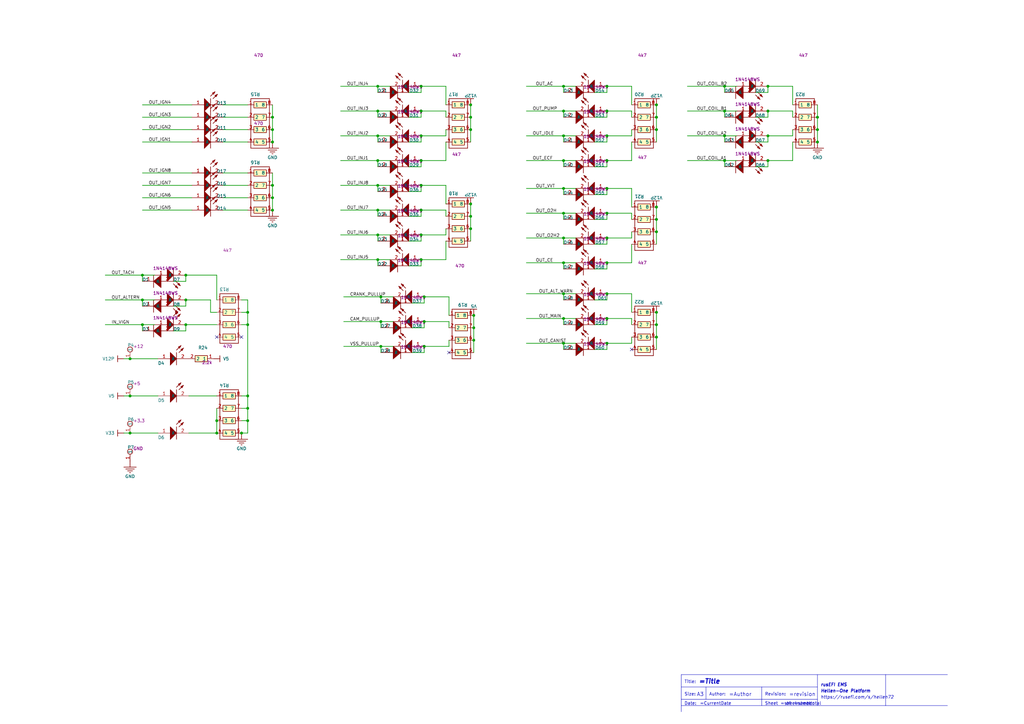
<source format=kicad_sch>
(kicad_sch (version 20201015) (generator eeschema)
  (paper "A3")
  (title_block (title "Hellen72") (rev "b"))
  (junction (at 53.34 147.1422) (diameter 1.016))
  (junction (at 53.34 162.3822) (diameter 1.016))
  (junction (at 53.34 177.6222) (diameter 1.016))
  (junction (at 58.42 112.8522) (diameter 1.016))
  (junction (at 58.42 123.0122) (diameter 1.016))
  (junction (at 58.42 133.1722) (diameter 1.016))
  (junction (at 76.2 112.8522) (diameter 1.016))
  (junction (at 76.2 123.0122) (diameter 1.016))
  (junction (at 76.2 133.1722) (diameter 1.016))
  (junction (at 88.9 172.5422) (diameter 1.016))
  (junction (at 88.9 177.6222) (diameter 1.016))
  (junction (at 99.06 177.6222) (diameter 1.016))
  (junction (at 101.6 128.0922) (diameter 1.016))
  (junction (at 101.6 133.1722) (diameter 1.016))
  (junction (at 101.6 162.3822) (diameter 1.016))
  (junction (at 101.6 167.4622) (diameter 1.016))
  (junction (at 101.6 172.5422) (diameter 1.016))
  (junction (at 111.76 48.0822) (diameter 1.016))
  (junction (at 111.76 53.1622) (diameter 1.016))
  (junction (at 111.76 58.2422) (diameter 1.016))
  (junction (at 111.76 76.0222) (diameter 1.016))
  (junction (at 111.76 81.1022) (diameter 1.016))
  (junction (at 111.76 86.1822) (diameter 1.016))
  (junction (at 154.94 35.3822) (diameter 1.016))
  (junction (at 154.94 45.5422) (diameter 1.016))
  (junction (at 154.94 55.7022) (diameter 1.016))
  (junction (at 154.94 65.8622) (diameter 1.016))
  (junction (at 154.94 76.0222) (diameter 1.016))
  (junction (at 154.94 86.1822) (diameter 1.016))
  (junction (at 154.94 96.3422) (diameter 1.016))
  (junction (at 154.94 106.5022) (diameter 1.016))
  (junction (at 156.21 121.7422) (diameter 1.016))
  (junction (at 156.21 131.9022) (diameter 1.016))
  (junction (at 156.21 142.0622) (diameter 1.016))
  (junction (at 172.72 35.3822) (diameter 1.016))
  (junction (at 172.72 45.5422) (diameter 1.016))
  (junction (at 172.72 55.7022) (diameter 1.016))
  (junction (at 172.72 65.8622) (diameter 1.016))
  (junction (at 172.72 76.0222) (diameter 1.016))
  (junction (at 172.72 86.1822) (diameter 1.016))
  (junction (at 172.72 96.3422) (diameter 1.016))
  (junction (at 172.72 106.5022) (diameter 1.016))
  (junction (at 173.99 121.7422) (diameter 1.016))
  (junction (at 173.99 131.9022) (diameter 1.016))
  (junction (at 173.99 142.0622) (diameter 1.016))
  (junction (at 193.04 43.0022) (diameter 1.016))
  (junction (at 193.04 48.0822) (diameter 1.016))
  (junction (at 193.04 53.1622) (diameter 1.016))
  (junction (at 193.04 83.6422) (diameter 1.016))
  (junction (at 193.04 88.7222) (diameter 1.016))
  (junction (at 193.04 93.8022) (diameter 1.016))
  (junction (at 194.31 129.3622) (diameter 1.016))
  (junction (at 194.31 134.4422) (diameter 1.016))
  (junction (at 194.31 139.5222) (diameter 1.016))
  (junction (at 231.14 35.3822) (diameter 1.016))
  (junction (at 231.14 45.5422) (diameter 1.016))
  (junction (at 231.14 55.7022) (diameter 1.016))
  (junction (at 231.14 65.8622) (diameter 1.016))
  (junction (at 231.14 77.2922) (diameter 1.016))
  (junction (at 231.14 87.4522) (diameter 1.016))
  (junction (at 231.14 97.6122) (diameter 1.016))
  (junction (at 231.14 107.7722) (diameter 1.016))
  (junction (at 231.14 120.4722) (diameter 1.016))
  (junction (at 231.14 130.6322) (diameter 1.016))
  (junction (at 231.14 140.7922) (diameter 1.016))
  (junction (at 248.92 35.3822) (diameter 1.016))
  (junction (at 248.92 45.5422) (diameter 1.016))
  (junction (at 248.92 55.7022) (diameter 1.016))
  (junction (at 248.92 65.8622) (diameter 1.016))
  (junction (at 248.92 77.2922) (diameter 1.016))
  (junction (at 248.92 87.4522) (diameter 1.016))
  (junction (at 248.92 97.6122) (diameter 1.016))
  (junction (at 248.92 107.7722) (diameter 1.016))
  (junction (at 248.92 120.4722) (diameter 1.016))
  (junction (at 248.92 130.6322) (diameter 1.016))
  (junction (at 248.92 140.7922) (diameter 1.016))
  (junction (at 269.24 43.0022) (diameter 1.016))
  (junction (at 269.24 48.0822) (diameter 1.016))
  (junction (at 269.24 53.1622) (diameter 1.016))
  (junction (at 269.24 84.9122) (diameter 1.016))
  (junction (at 269.24 89.9922) (diameter 1.016))
  (junction (at 269.24 95.0722) (diameter 1.016))
  (junction (at 269.24 128.0922) (diameter 1.016))
  (junction (at 269.24 133.1722) (diameter 1.016))
  (junction (at 269.24 138.2522) (diameter 1.016))
  (junction (at 297.18 35.3822) (diameter 1.016))
  (junction (at 297.18 45.5422) (diameter 1.016))
  (junction (at 297.18 55.7022) (diameter 1.016))
  (junction (at 297.18 65.8622) (diameter 1.016))
  (junction (at 314.96 35.3822) (diameter 1.016))
  (junction (at 314.96 45.5422) (diameter 1.016))
  (junction (at 314.96 55.7022) (diameter 1.016))
  (junction (at 314.96 65.8622) (diameter 1.016))
  (junction (at 335.28 48.0822) (diameter 1.016))
  (junction (at 335.28 53.1622) (diameter 1.016))
  (junction (at 335.28 58.2422) (diameter 1.016))
  (no_connect (at 88.9 138.2522))
  (no_connect (at 99.06 138.2522))
  (no_connect (at 184.15 144.6022))
  (no_connect (at 259.08 143.3322))
  (wire (pts (xy 43.18 112.8522) (xy 58.42 112.8522)) (stroke (width 0.254)))
  (wire (pts (xy 43.18 123.0122) (xy 58.42 123.0122)) (stroke (width 0.254)))
  (wire (pts (xy 50.8 147.1422) (xy 53.34 147.1422)) (stroke (width 0.254)))
  (wire (pts (xy 50.8 162.3822) (xy 53.34 162.3822)) (stroke (width 0.254)))
  (wire (pts (xy 50.8 177.6222) (xy 53.34 177.6222)) (stroke (width 0.254)))
  (wire (pts (xy 53.34 147.1422) (xy 64.77 147.1422)) (stroke (width 0.254)))
  (wire (pts (xy 53.34 162.3822) (xy 64.77 162.3822)) (stroke (width 0.254)))
  (wire (pts (xy 53.34 177.6222) (xy 64.77 177.6222)) (stroke (width 0.254)))
  (wire (pts (xy 58.42 43.0022) (xy 78.74 43.0022)) (stroke (width 0.254)))
  (wire (pts (xy 58.42 48.0822) (xy 78.74 48.0822)) (stroke (width 0.254)))
  (wire (pts (xy 58.42 53.1622) (xy 78.74 53.1622)) (stroke (width 0.254)))
  (wire (pts (xy 58.42 58.2422) (xy 78.74 58.2422)) (stroke (width 0.254)))
  (wire (pts (xy 58.42 70.9422) (xy 78.74 70.9422)) (stroke (width 0.254)))
  (wire (pts (xy 58.42 76.0222) (xy 78.74 76.0222)) (stroke (width 0.254)))
  (wire (pts (xy 58.42 81.1022) (xy 78.74 81.1022)) (stroke (width 0.254)))
  (wire (pts (xy 58.42 86.1822) (xy 78.74 86.1822)) (stroke (width 0.254)))
  (wire (pts (xy 58.42 112.8522) (xy 63.5 112.8522)) (stroke (width 0.254)))
  (wire (pts (xy 58.42 115.3922) (xy 58.42 112.8522)) (stroke (width 0.254)))
  (wire (pts (xy 58.42 123.0122) (xy 63.5 123.0122)) (stroke (width 0.254)))
  (wire (pts (xy 58.42 125.5522) (xy 58.42 123.0122)) (stroke (width 0.254)))
  (wire (pts (xy 58.42 133.1722) (xy 43.18 133.1722)) (stroke (width 0.254)))
  (wire (pts (xy 58.42 133.1722) (xy 58.42 135.7122)) (stroke (width 0.254)))
  (wire (pts (xy 63.5 133.1722) (xy 58.42 133.1722)) (stroke (width 0.254)))
  (wire (pts (xy 71.12 115.3922) (xy 76.2 115.3922)) (stroke (width 0.254)))
  (wire (pts (xy 71.12 125.5522) (xy 76.2 125.5522)) (stroke (width 0.254)))
  (wire (pts (xy 71.12 135.7122) (xy 76.2 135.7122)) (stroke (width 0.254)))
  (wire (pts (xy 76.2 112.8522) (xy 88.9 112.8522)) (stroke (width 0.254)))
  (wire (pts (xy 76.2 115.3922) (xy 76.2 112.8522)) (stroke (width 0.254)))
  (wire (pts (xy 76.2 123.0122) (xy 86.36 123.0122)) (stroke (width 0.254)))
  (wire (pts (xy 76.2 125.5522) (xy 76.2 123.0122)) (stroke (width 0.254)))
  (wire (pts (xy 76.2 135.7122) (xy 76.2 133.1722)) (stroke (width 0.254)))
  (wire (pts (xy 77.47 162.3822) (xy 88.9 162.3822)) (stroke (width 0.254)))
  (wire (pts (xy 86.36 123.0122) (xy 86.36 128.0922)) (stroke (width 0.254)))
  (wire (pts (xy 86.36 128.0922) (xy 88.9 128.0922)) (stroke (width 0.254)))
  (wire (pts (xy 88.9 112.8522) (xy 88.9 123.0122)) (stroke (width 0.254)))
  (wire (pts (xy 88.9 133.1722) (xy 76.2 133.1722)) (stroke (width 0.254)))
  (wire (pts (xy 88.9 167.4622) (xy 88.9 172.5422)) (stroke (width 0.254)))
  (wire (pts (xy 88.9 172.5422) (xy 88.9 177.6222)) (stroke (width 0.254)))
  (wire (pts (xy 88.9 177.6222) (xy 77.47 177.6222)) (stroke (width 0.254)))
  (wire (pts (xy 91.44 43.0022) (xy 101.6 43.0022)) (stroke (width 0.254)))
  (wire (pts (xy 91.44 48.0822) (xy 101.6 48.0822)) (stroke (width 0.254)))
  (wire (pts (xy 91.44 53.1622) (xy 101.6 53.1622)) (stroke (width 0.254)))
  (wire (pts (xy 91.44 58.2422) (xy 101.6 58.2422)) (stroke (width 0.254)))
  (wire (pts (xy 91.44 70.9422) (xy 101.6 70.9422)) (stroke (width 0.254)))
  (wire (pts (xy 91.44 76.0222) (xy 101.6 76.0222)) (stroke (width 0.254)))
  (wire (pts (xy 91.44 81.1022) (xy 101.6 81.1022)) (stroke (width 0.254)))
  (wire (pts (xy 91.44 86.1822) (xy 101.6 86.1822)) (stroke (width 0.254)))
  (wire (pts (xy 99.06 128.0922) (xy 101.6 128.0922)) (stroke (width 0.254)))
  (wire (pts (xy 99.06 133.1722) (xy 101.6 133.1722)) (stroke (width 0.254)))
  (wire (pts (xy 99.06 162.3822) (xy 101.6 162.3822)) (stroke (width 0.254)))
  (wire (pts (xy 99.06 167.4622) (xy 101.6 167.4622)) (stroke (width 0.254)))
  (wire (pts (xy 99.06 172.5422) (xy 101.6 172.5422)) (stroke (width 0.254)))
  (wire (pts (xy 99.06 177.6222) (xy 101.6 177.6222)) (stroke (width 0.254)))
  (wire (pts (xy 101.6 123.0122) (xy 99.06 123.0122)) (stroke (width 0.254)))
  (wire (pts (xy 101.6 128.0922) (xy 101.6 123.0122)) (stroke (width 0.254)))
  (wire (pts (xy 101.6 133.1722) (xy 101.6 128.0922)) (stroke (width 0.254)))
  (wire (pts (xy 101.6 162.3822) (xy 101.6 133.1722)) (stroke (width 0.254)))
  (wire (pts (xy 101.6 167.4622) (xy 101.6 162.3822)) (stroke (width 0.254)))
  (wire (pts (xy 101.6 172.5422) (xy 101.6 167.4622)) (stroke (width 0.254)))
  (wire (pts (xy 101.6 177.6222) (xy 101.6 172.5422)) (stroke (width 0.254)))
  (wire (pts (xy 111.76 48.0822) (xy 111.76 43.0022)) (stroke (width 0.254)))
  (wire (pts (xy 111.76 53.1622) (xy 111.76 48.0822)) (stroke (width 0.254)))
  (wire (pts (xy 111.76 58.2422) (xy 111.76 53.1622)) (stroke (width 0.254)))
  (wire (pts (xy 111.76 76.0222) (xy 111.76 70.9422)) (stroke (width 0.254)))
  (wire (pts (xy 111.76 81.1022) (xy 111.76 76.0222)) (stroke (width 0.254)))
  (wire (pts (xy 111.76 86.1822) (xy 111.76 81.1022)) (stroke (width 0.254)))
  (wire (pts (xy 139.7 35.3822) (xy 154.94 35.3822)) (stroke (width 0.254)))
  (wire (pts (xy 139.7 45.5422) (xy 154.94 45.5422)) (stroke (width 0.254)))
  (wire (pts (xy 139.7 55.7022) (xy 154.94 55.7022)) (stroke (width 0.254)))
  (wire (pts (xy 139.7 65.8622) (xy 154.94 65.8622)) (stroke (width 0.254)))
  (wire (pts (xy 139.7 76.0222) (xy 154.94 76.0222)) (stroke (width 0.254)))
  (wire (pts (xy 139.7 86.1822) (xy 154.94 86.1822)) (stroke (width 0.254)))
  (wire (pts (xy 139.7 96.3422) (xy 154.94 96.3422)) (stroke (width 0.254)))
  (wire (pts (xy 139.7 106.5022) (xy 154.94 106.5022)) (stroke (width 0.254)))
  (wire (pts (xy 140.97 121.7422) (xy 156.21 121.7422)) (stroke (width 0.254)))
  (wire (pts (xy 140.97 131.9022) (xy 156.21 131.9022)) (stroke (width 0.254)))
  (wire (pts (xy 140.97 142.0622) (xy 156.21 142.0622)) (stroke (width 0.254)))
  (wire (pts (xy 154.94 35.3822) (xy 160.02 35.3822)) (stroke (width 0.254)))
  (wire (pts (xy 154.94 37.9222) (xy 154.94 35.3822)) (stroke (width 0.254)))
  (wire (pts (xy 154.94 45.5422) (xy 160.02 45.5422)) (stroke (width 0.254)))
  (wire (pts (xy 154.94 48.0822) (xy 154.94 45.5422)) (stroke (width 0.254)))
  (wire (pts (xy 154.94 55.7022) (xy 160.02 55.7022)) (stroke (width 0.254)))
  (wire (pts (xy 154.94 58.2422) (xy 154.94 55.7022)) (stroke (width 0.254)))
  (wire (pts (xy 154.94 65.8622) (xy 160.02 65.8622)) (stroke (width 0.254)))
  (wire (pts (xy 154.94 68.4022) (xy 154.94 65.8622)) (stroke (width 0.254)))
  (wire (pts (xy 154.94 76.0222) (xy 160.02 76.0222)) (stroke (width 0.254)))
  (wire (pts (xy 154.94 78.5622) (xy 154.94 76.0222)) (stroke (width 0.254)))
  (wire (pts (xy 154.94 86.1822) (xy 160.02 86.1822)) (stroke (width 0.254)))
  (wire (pts (xy 154.94 88.7222) (xy 154.94 86.1822)) (stroke (width 0.254)))
  (wire (pts (xy 154.94 96.3422) (xy 160.02 96.3422)) (stroke (width 0.254)))
  (wire (pts (xy 154.94 98.8822) (xy 154.94 96.3422)) (stroke (width 0.254)))
  (wire (pts (xy 154.94 106.5022) (xy 160.02 106.5022)) (stroke (width 0.254)))
  (wire (pts (xy 154.94 109.0422) (xy 154.94 106.5022)) (stroke (width 0.254)))
  (wire (pts (xy 156.21 121.7422) (xy 161.29 121.7422)) (stroke (width 0.254)))
  (wire (pts (xy 156.21 124.2822) (xy 156.21 121.7422)) (stroke (width 0.254)))
  (wire (pts (xy 156.21 131.9022) (xy 161.29 131.9022)) (stroke (width 0.254)))
  (wire (pts (xy 156.21 134.4422) (xy 156.21 131.9022)) (stroke (width 0.254)))
  (wire (pts (xy 156.21 142.0622) (xy 161.29 142.0622)) (stroke (width 0.254)))
  (wire (pts (xy 156.21 144.6022) (xy 156.21 142.0622)) (stroke (width 0.254)))
  (wire (pts (xy 167.64 37.9222) (xy 172.72 37.9222)) (stroke (width 0.254)))
  (wire (pts (xy 167.64 48.0822) (xy 172.72 48.0822)) (stroke (width 0.254)))
  (wire (pts (xy 167.64 58.2422) (xy 172.72 58.2422)) (stroke (width 0.254)))
  (wire (pts (xy 167.64 78.5622) (xy 172.72 78.5622)) (stroke (width 0.254)))
  (wire (pts (xy 167.64 88.7222) (xy 172.72 88.7222)) (stroke (width 0.254)))
  (wire (pts (xy 167.64 98.8822) (xy 172.72 98.8822)) (stroke (width 0.254)))
  (wire (pts (xy 168.91 124.2822) (xy 173.99 124.2822)) (stroke (width 0.254)))
  (wire (pts (xy 168.91 134.4422) (xy 173.99 134.4422)) (stroke (width 0.254)))
  (wire (pts (xy 168.91 144.6022) (xy 173.99 144.6022)) (stroke (width 0.254)))
  (wire (pts (xy 172.72 35.3822) (xy 182.88 35.3822)) (stroke (width 0.254)))
  (wire (pts (xy 172.72 37.9222) (xy 172.72 35.3822)) (stroke (width 0.254)))
  (wire (pts (xy 172.72 45.5422) (xy 182.88 45.5422)) (stroke (width 0.254)))
  (wire (pts (xy 172.72 48.0822) (xy 172.72 45.5422)) (stroke (width 0.254)))
  (wire (pts (xy 172.72 55.7022) (xy 182.88 55.7022)) (stroke (width 0.254)))
  (wire (pts (xy 172.72 58.2422) (xy 172.72 55.7022)) (stroke (width 0.254)))
  (wire (pts (xy 172.72 65.8622) (xy 172.72 68.4022)) (stroke (width 0.254)))
  (wire (pts (xy 172.72 68.4022) (xy 167.64 68.4022)) (stroke (width 0.254)))
  (wire (pts (xy 172.72 76.0222) (xy 182.88 76.0222)) (stroke (width 0.254)))
  (wire (pts (xy 172.72 78.5622) (xy 172.72 76.0222)) (stroke (width 0.254)))
  (wire (pts (xy 172.72 86.1822) (xy 182.88 86.1822)) (stroke (width 0.254)))
  (wire (pts (xy 172.72 88.7222) (xy 172.72 86.1822)) (stroke (width 0.254)))
  (wire (pts (xy 172.72 96.3422) (xy 182.88 96.3422)) (stroke (width 0.254)))
  (wire (pts (xy 172.72 98.8822) (xy 172.72 96.3422)) (stroke (width 0.254)))
  (wire (pts (xy 172.72 106.5022) (xy 172.72 109.0422)) (stroke (width 0.254)))
  (wire (pts (xy 172.72 109.0422) (xy 167.64 109.0422)) (stroke (width 0.254)))
  (wire (pts (xy 173.99 121.7422) (xy 184.15 121.7422)) (stroke (width 0.254)))
  (wire (pts (xy 173.99 124.2822) (xy 173.99 121.7422)) (stroke (width 0.254)))
  (wire (pts (xy 173.99 131.9022) (xy 184.15 131.9022)) (stroke (width 0.254)))
  (wire (pts (xy 173.99 134.4422) (xy 173.99 131.9022)) (stroke (width 0.254)))
  (wire (pts (xy 173.99 142.0622) (xy 184.15 142.0622)) (stroke (width 0.254)))
  (wire (pts (xy 173.99 144.6022) (xy 173.99 142.0622)) (stroke (width 0.254)))
  (wire (pts (xy 182.88 35.3822) (xy 182.88 43.0022)) (stroke (width 0.254)))
  (wire (pts (xy 182.88 45.5422) (xy 182.88 48.0822)) (stroke (width 0.254)))
  (wire (pts (xy 182.88 55.7022) (xy 182.88 53.1622)) (stroke (width 0.254)))
  (wire (pts (xy 182.88 58.2422) (xy 182.88 65.8622)) (stroke (width 0.254)))
  (wire (pts (xy 182.88 65.8622) (xy 172.72 65.8622)) (stroke (width 0.254)))
  (wire (pts (xy 182.88 76.0222) (xy 182.88 83.6422)) (stroke (width 0.254)))
  (wire (pts (xy 182.88 86.1822) (xy 182.88 88.7222)) (stroke (width 0.254)))
  (wire (pts (xy 182.88 96.3422) (xy 182.88 93.8022)) (stroke (width 0.254)))
  (wire (pts (xy 182.88 98.8822) (xy 182.88 106.5022)) (stroke (width 0.254)))
  (wire (pts (xy 182.88 106.5022) (xy 172.72 106.5022)) (stroke (width 0.254)))
  (wire (pts (xy 184.15 121.7422) (xy 184.15 129.3622)) (stroke (width 0.254)))
  (wire (pts (xy 184.15 131.9022) (xy 184.15 134.4422)) (stroke (width 0.254)))
  (wire (pts (xy 184.15 142.0622) (xy 184.15 139.5222)) (stroke (width 0.254)))
  (wire (pts (xy 193.04 48.0822) (xy 193.04 43.0022)) (stroke (width 0.254)))
  (wire (pts (xy 193.04 53.1622) (xy 193.04 48.0822)) (stroke (width 0.254)))
  (wire (pts (xy 193.04 58.2422) (xy 193.04 53.1622)) (stroke (width 0.254)))
  (wire (pts (xy 193.04 88.7222) (xy 193.04 83.6422)) (stroke (width 0.254)))
  (wire (pts (xy 193.04 93.8022) (xy 193.04 88.7222)) (stroke (width 0.254)))
  (wire (pts (xy 193.04 98.8822) (xy 193.04 93.8022)) (stroke (width 0.254)))
  (wire (pts (xy 194.31 134.4422) (xy 194.31 129.3622)) (stroke (width 0.254)))
  (wire (pts (xy 194.31 139.5222) (xy 194.31 134.4422)) (stroke (width 0.254)))
  (wire (pts (xy 194.31 144.6022) (xy 194.31 139.5222)) (stroke (width 0.254)))
  (wire (pts (xy 215.9 35.3822) (xy 231.14 35.3822)) (stroke (width 0.254)))
  (wire (pts (xy 215.9 45.5422) (xy 231.14 45.5422)) (stroke (width 0.254)))
  (wire (pts (xy 215.9 55.7022) (xy 231.14 55.7022)) (stroke (width 0.254)))
  (wire (pts (xy 215.9 65.8622) (xy 231.14 65.8622)) (stroke (width 0.254)))
  (wire (pts (xy 215.9 77.2922) (xy 231.14 77.2922)) (stroke (width 0.254)))
  (wire (pts (xy 215.9 87.4522) (xy 231.14 87.4522)) (stroke (width 0.254)))
  (wire (pts (xy 215.9 97.6122) (xy 231.14 97.6122)) (stroke (width 0.254)))
  (wire (pts (xy 215.9 107.7722) (xy 231.14 107.7722)) (stroke (width 0.254)))
  (wire (pts (xy 215.9 120.4722) (xy 231.14 120.4722)) (stroke (width 0.254)))
  (wire (pts (xy 215.9 130.6322) (xy 231.14 130.6322)) (stroke (width 0.254)))
  (wire (pts (xy 215.9 140.7922) (xy 231.14 140.7922)) (stroke (width 0.254)))
  (wire (pts (xy 231.14 35.3822) (xy 236.22 35.3822)) (stroke (width 0.254)))
  (wire (pts (xy 231.14 37.9222) (xy 231.14 35.3822)) (stroke (width 0.254)))
  (wire (pts (xy 231.14 45.5422) (xy 236.22 45.5422)) (stroke (width 0.254)))
  (wire (pts (xy 231.14 48.0822) (xy 231.14 45.5422)) (stroke (width 0.254)))
  (wire (pts (xy 231.14 55.7022) (xy 236.22 55.7022)) (stroke (width 0.254)))
  (wire (pts (xy 231.14 58.2422) (xy 231.14 55.7022)) (stroke (width 0.254)))
  (wire (pts (xy 231.14 65.8622) (xy 236.22 65.8622)) (stroke (width 0.254)))
  (wire (pts (xy 231.14 68.4022) (xy 231.14 65.8622)) (stroke (width 0.254)))
  (wire (pts (xy 231.14 77.2922) (xy 236.22 77.2922)) (stroke (width 0.254)))
  (wire (pts (xy 231.14 79.8322) (xy 231.14 77.2922)) (stroke (width 0.254)))
  (wire (pts (xy 231.14 87.4522) (xy 236.22 87.4522)) (stroke (width 0.254)))
  (wire (pts (xy 231.14 89.9922) (xy 231.14 87.4522)) (stroke (width 0.254)))
  (wire (pts (xy 231.14 97.6122) (xy 236.22 97.6122)) (stroke (width 0.254)))
  (wire (pts (xy 231.14 100.1522) (xy 231.14 97.6122)) (stroke (width 0.254)))
  (wire (pts (xy 231.14 107.7722) (xy 236.22 107.7722)) (stroke (width 0.254)))
  (wire (pts (xy 231.14 110.3122) (xy 231.14 107.7722)) (stroke (width 0.254)))
  (wire (pts (xy 231.14 120.4722) (xy 236.22 120.4722)) (stroke (width 0.254)))
  (wire (pts (xy 231.14 123.0122) (xy 231.14 120.4722)) (stroke (width 0.254)))
  (wire (pts (xy 231.14 130.6322) (xy 236.22 130.6322)) (stroke (width 0.254)))
  (wire (pts (xy 231.14 133.1722) (xy 231.14 130.6322)) (stroke (width 0.254)))
  (wire (pts (xy 231.14 140.7922) (xy 236.22 140.7922)) (stroke (width 0.254)))
  (wire (pts (xy 231.14 143.3322) (xy 231.14 140.7922)) (stroke (width 0.254)))
  (wire (pts (xy 243.84 37.9222) (xy 248.92 37.9222)) (stroke (width 0.254)))
  (wire (pts (xy 243.84 48.0822) (xy 248.92 48.0822)) (stroke (width 0.254)))
  (wire (pts (xy 243.84 58.2422) (xy 248.92 58.2422)) (stroke (width 0.254)))
  (wire (pts (xy 243.84 79.8322) (xy 248.92 79.8322)) (stroke (width 0.254)))
  (wire (pts (xy 243.84 89.9922) (xy 248.92 89.9922)) (stroke (width 0.254)))
  (wire (pts (xy 243.84 100.1522) (xy 248.92 100.1522)) (stroke (width 0.254)))
  (wire (pts (xy 243.84 123.0122) (xy 248.92 123.0122)) (stroke (width 0.254)))
  (wire (pts (xy 243.84 133.1722) (xy 248.92 133.1722)) (stroke (width 0.254)))
  (wire (pts (xy 243.84 143.3322) (xy 248.92 143.3322)) (stroke (width 0.254)))
  (wire (pts (xy 248.92 35.3822) (xy 259.08 35.3822)) (stroke (width 0.254)))
  (wire (pts (xy 248.92 37.9222) (xy 248.92 35.3822)) (stroke (width 0.254)))
  (wire (pts (xy 248.92 45.5422) (xy 259.08 45.5422)) (stroke (width 0.254)))
  (wire (pts (xy 248.92 48.0822) (xy 248.92 45.5422)) (stroke (width 0.254)))
  (wire (pts (xy 248.92 55.7022) (xy 259.08 55.7022)) (stroke (width 0.254)))
  (wire (pts (xy 248.92 58.2422) (xy 248.92 55.7022)) (stroke (width 0.254)))
  (wire (pts (xy 248.92 65.8622) (xy 248.92 68.4022)) (stroke (width 0.254)))
  (wire (pts (xy 248.92 68.4022) (xy 243.84 68.4022)) (stroke (width 0.254)))
  (wire (pts (xy 248.92 77.2922) (xy 259.08 77.2922)) (stroke (width 0.254)))
  (wire (pts (xy 248.92 79.8322) (xy 248.92 77.2922)) (stroke (width 0.254)))
  (wire (pts (xy 248.92 87.4522) (xy 259.08 87.4522)) (stroke (width 0.254)))
  (wire (pts (xy 248.92 89.9922) (xy 248.92 87.4522)) (stroke (width 0.254)))
  (wire (pts (xy 248.92 97.6122) (xy 259.08 97.6122)) (stroke (width 0.254)))
  (wire (pts (xy 248.92 100.1522) (xy 248.92 97.6122)) (stroke (width 0.254)))
  (wire (pts (xy 248.92 107.7722) (xy 248.92 110.3122)) (stroke (width 0.254)))
  (wire (pts (xy 248.92 110.3122) (xy 243.84 110.3122)) (stroke (width 0.254)))
  (wire (pts (xy 248.92 120.4722) (xy 259.08 120.4722)) (stroke (width 0.254)))
  (wire (pts (xy 248.92 123.0122) (xy 248.92 120.4722)) (stroke (width 0.254)))
  (wire (pts (xy 248.92 130.6322) (xy 259.08 130.6322)) (stroke (width 0.254)))
  (wire (pts (xy 248.92 133.1722) (xy 248.92 130.6322)) (stroke (width 0.254)))
  (wire (pts (xy 248.92 140.7922) (xy 259.08 140.7922)) (stroke (width 0.254)))
  (wire (pts (xy 248.92 143.3322) (xy 248.92 140.7922)) (stroke (width 0.254)))
  (wire (pts (xy 259.08 35.3822) (xy 259.08 43.0022)) (stroke (width 0.254)))
  (wire (pts (xy 259.08 45.5422) (xy 259.08 48.0822)) (stroke (width 0.254)))
  (wire (pts (xy 259.08 55.7022) (xy 259.08 53.1622)) (stroke (width 0.254)))
  (wire (pts (xy 259.08 58.2422) (xy 259.08 65.8622)) (stroke (width 0.254)))
  (wire (pts (xy 259.08 65.8622) (xy 248.92 65.8622)) (stroke (width 0.254)))
  (wire (pts (xy 259.08 77.2922) (xy 259.08 84.9122)) (stroke (width 0.254)))
  (wire (pts (xy 259.08 87.4522) (xy 259.08 89.9922)) (stroke (width 0.254)))
  (wire (pts (xy 259.08 97.6122) (xy 259.08 95.0722)) (stroke (width 0.254)))
  (wire (pts (xy 259.08 100.1522) (xy 259.08 107.7722)) (stroke (width 0.254)))
  (wire (pts (xy 259.08 107.7722) (xy 248.92 107.7722)) (stroke (width 0.254)))
  (wire (pts (xy 259.08 120.4722) (xy 259.08 128.0922)) (stroke (width 0.254)))
  (wire (pts (xy 259.08 130.6322) (xy 259.08 133.1722)) (stroke (width 0.254)))
  (wire (pts (xy 259.08 140.7922) (xy 259.08 138.2522)) (stroke (width 0.254)))
  (wire (pts (xy 269.24 48.0822) (xy 269.24 43.0022)) (stroke (width 0.254)))
  (wire (pts (xy 269.24 53.1622) (xy 269.24 48.0822)) (stroke (width 0.254)))
  (wire (pts (xy 269.24 58.2422) (xy 269.24 53.1622)) (stroke (width 0.254)))
  (wire (pts (xy 269.24 89.9922) (xy 269.24 84.9122)) (stroke (width 0.254)))
  (wire (pts (xy 269.24 95.0722) (xy 269.24 89.9922)) (stroke (width 0.254)))
  (wire (pts (xy 269.24 100.1522) (xy 269.24 95.0722)) (stroke (width 0.254)))
  (wire (pts (xy 269.24 133.1722) (xy 269.24 128.0922)) (stroke (width 0.254)))
  (wire (pts (xy 269.24 138.2522) (xy 269.24 133.1722)) (stroke (width 0.254)))
  (wire (pts (xy 269.24 143.3322) (xy 269.24 138.2522)) (stroke (width 0.254)))
  (wire (pts (xy 281.94 35.3822) (xy 297.18 35.3822)) (stroke (width 0.254)))
  (wire (pts (xy 281.94 45.5422) (xy 297.18 45.5422)) (stroke (width 0.254)))
  (wire (pts (xy 281.94 55.7022) (xy 297.18 55.7022)) (stroke (width 0.254)))
  (wire (pts (xy 281.94 65.8622) (xy 297.18 65.8622)) (stroke (width 0.254)))
  (wire (pts (xy 297.18 35.3822) (xy 302.26 35.3822)) (stroke (width 0.254)))
  (wire (pts (xy 297.18 37.9222) (xy 297.18 35.3822)) (stroke (width 0.254)))
  (wire (pts (xy 297.18 45.5422) (xy 302.26 45.5422)) (stroke (width 0.254)))
  (wire (pts (xy 297.18 48.0822) (xy 297.18 45.5422)) (stroke (width 0.254)))
  (wire (pts (xy 297.18 55.7022) (xy 302.26 55.7022)) (stroke (width 0.254)))
  (wire (pts (xy 297.18 58.2422) (xy 297.18 55.7022)) (stroke (width 0.254)))
  (wire (pts (xy 297.18 65.8622) (xy 302.26 65.8622)) (stroke (width 0.254)))
  (wire (pts (xy 297.18 68.4022) (xy 297.18 65.8622)) (stroke (width 0.254)))
  (wire (pts (xy 309.88 37.9222) (xy 314.96 37.9222)) (stroke (width 0.254)))
  (wire (pts (xy 309.88 48.0822) (xy 314.96 48.0822)) (stroke (width 0.254)))
  (wire (pts (xy 309.88 58.2422) (xy 314.96 58.2422)) (stroke (width 0.254)))
  (wire (pts (xy 314.96 35.3822) (xy 325.12 35.3822)) (stroke (width 0.254)))
  (wire (pts (xy 314.96 37.9222) (xy 314.96 35.3822)) (stroke (width 0.254)))
  (wire (pts (xy 314.96 45.5422) (xy 325.12 45.5422)) (stroke (width 0.254)))
  (wire (pts (xy 314.96 48.0822) (xy 314.96 45.5422)) (stroke (width 0.254)))
  (wire (pts (xy 314.96 55.7022) (xy 325.12 55.7022)) (stroke (width 0.254)))
  (wire (pts (xy 314.96 58.2422) (xy 314.96 55.7022)) (stroke (width 0.254)))
  (wire (pts (xy 314.96 65.8622) (xy 314.96 68.4022)) (stroke (width 0.254)))
  (wire (pts (xy 314.96 68.4022) (xy 309.88 68.4022)) (stroke (width 0.254)))
  (wire (pts (xy 325.12 35.3822) (xy 325.12 43.0022)) (stroke (width 0.254)))
  (wire (pts (xy 325.12 45.5422) (xy 325.12 48.0822)) (stroke (width 0.254)))
  (wire (pts (xy 325.12 55.7022) (xy 325.12 53.1622)) (stroke (width 0.254)))
  (wire (pts (xy 325.12 58.2422) (xy 325.12 65.8622)) (stroke (width 0.254)))
  (wire (pts (xy 325.12 65.8622) (xy 314.96 65.8622)) (stroke (width 0.254)))
  (wire (pts (xy 335.28 48.0822) (xy 335.28 43.0022)) (stroke (width 0.254)))
  (wire (pts (xy 335.28 53.1622) (xy 335.28 48.0822)) (stroke (width 0.254)))
  (wire (pts (xy 335.28 58.2422) (xy 335.28 53.1622)) (stroke (width 0.254)))
  (polyline (pts (xy 279.4 276.6822) (xy 279.4 291.9222)) (stroke (width 0) (type solid)))
  (polyline (pts (xy 279.4 281.7622) (xy 335.28 281.7622)) (stroke (width 0) (type solid)))
  (polyline (pts (xy 279.4 286.8422) (xy 335.28 286.8422)) (stroke (width 0) (type solid)))
  (polyline (pts (xy 289.56 281.7622) (xy 289.56 286.8422)) (stroke (width 0) (type solid)))
  (polyline (pts (xy 312.42 281.7622) (xy 312.42 289.3822)) (stroke (width 0) (type solid)))
  (polyline (pts (xy 335.28 276.6822) (xy 335.28 289.3822)) (stroke (width 0) (type solid)))
  (polyline (pts (xy 363.22 276.6822) (xy 279.4 276.6822)) (stroke (width 0) (type solid)))
  (polyline (pts (xy 363.22 276.6822) (xy 363.22 289.3822)) (stroke (width 0) (type solid)))
  (polyline (pts (xy 363.22 289.3822) (xy 279.4 289.3822)) (stroke (width 0) (type solid)))
  (polyline (pts (xy 363.22 289.3822) (xy 388.62 289.3822)) (stroke (width 0) (type solid)))
  (polyline (pts (xy 388.62 276.6822) (xy 363.22 276.6822)) (stroke (width 0) (type solid)))
  (text "Title:" (at 280.67 280.4922 180) (effects (font (size 1.27 1.27)) (justify left bottom)))
  (text "Size:" (at 280.67 285.5722 180) (effects (font (size 1.27 1.27)) (justify left bottom)))
  (text "Date:" (at 280.67 289.3822 180) (effects (font (size 1.27 1.27)) (justify left bottom)))
  (text "A3" (at 285.75 285.8262 180) (effects (font (size 1.524 1.524)) (justify left bottom)))
  (text "=Title" (at 286.512 280.7462 180) (effects (font (size 1.905 1.905) bold italic) (justify left bottom)))
  (text "=CurrentDate" (at 287.02 289.3822 180) (effects (font (size 1.27 1.27)) (justify left bottom)))
  (text "Author:" (at 290.83 285.5722 180) (effects (font (size 1.27 1.27)) (justify left bottom)))
  (text "=Author" (at 298.958 285.8262 180) (effects (font (size 1.524 1.524)) (justify left bottom)))
  (text "Revision:" (at 313.69 285.5722 180) (effects (font (size 1.27 1.27)) (justify left bottom)))
  (text "Sheet" (at 313.69 289.3822 180) (effects (font (size 1.27 1.27)) (justify left bottom)))
  (text "=sheetnumber" (at 320.04 289.3822 180) (effects (font (size 1.27 1.27)) (justify left bottom)))
  (text "of" (at 322.326 289.3822 180) (effects (font (size 1.27 1.27)) (justify left bottom)))
  (text "=revision" (at 323.596 285.8262 180) (effects (font (size 1.524 1.524)) (justify left bottom)))
  (text "=sheettotal" (at 325.628 289.3822 180) (effects (font (size 1.27 1.27)) (justify left bottom)))
  (text "rusEFI EMS" (at 336.55 281.7622 180) (effects (font (size 1.27 1.27) bold italic) (justify left bottom)))
  (text "Hellen-One Platform" (at 336.55 284.3022 180) (effects (font (size 1.27 1.27) bold italic) (justify left bottom)))
  (text "https://rusefi.com/s/hellen72" (at 336.55 286.8422 180) (effects (font (size 1.27 1.27) italic) (justify left bottom)))
  (label "OUT_TACH" (at 45.72 112.8522 0))
  (label "OUT_ALTERN" (at 45.72 123.0122 0))
  (label "IN_VIGN" (at 45.72 133.1722 0))
  (label "OUT_IGN4" (at 60.96 43.0022 0))
  (label "OUT_IGN3" (at 60.96 48.0822 0))
  (label "OUT_IGN2" (at 60.96 53.1622 0))
  (label "OUT_IGN1" (at 60.96 58.2422 0))
  (label "OUT_IGN8" (at 60.96 70.9422 0))
  (label "OUT_IGN7" (at 60.96 76.0222 0))
  (label "OUT_IGN6" (at 60.96 81.1022 0))
  (label "OUT_IGN5" (at 60.96 86.1822 0))
  (label "OUT_INJ4" (at 142.24 35.3822 0))
  (label "OUT_INJ3" (at 142.24 45.5422 0))
  (label "OUT_INJ2" (at 142.24 55.7022 0))
  (label "OUT_INJ1" (at 142.24 65.8622 0))
  (label "OUT_INJ8" (at 142.24 76.0222 0))
  (label "OUT_INJ7" (at 142.24 86.1822 0))
  (label "OUT_INJ6" (at 142.24 96.3422 0))
  (label "OUT_INJ5" (at 142.24 106.5022 0))
  (label "CRANK_PULLUP" (at 143.51 121.7422 0))
  (label "CAM_PULLUP" (at 143.51 131.9022 0))
  (label "VSS_PULLUP" (at 143.51 142.0622 0))
  (label "OUT_PUMP" (at 218.44 45.5422 0))
  (label "OUT_IDLE" (at 218.44 55.7022 0))
  (label "OUT_ECF" (at 218.44 65.8622 0))
  (label "OUT_AC" (at 219.71 35.3822 0))
  (label "OUT_VVT" (at 219.71 77.2922 0))
  (label "OUT_O2H" (at 219.71 87.4522 0))
  (label "OUT_O2H2" (at 219.71 97.6122 0))
  (label "OUT_CE" (at 219.71 107.7722 0))
  (label "OUT_ALT_WARN" (at 220.98 120.4722 0))
  (label "OUT_MAIN" (at 220.98 130.6322 0))
  (label "OUT_CANIST" (at 220.98 140.7922 0))
  (label "OUT_COIL_B2" (at 285.75 35.3822 0))
  (label "OUT_COIL_B1" (at 285.75 45.5422 0))
  (label "OUT_COIL_A2" (at 285.75 55.7022 0))
  (label "OUT_COIL_A1" (at 285.75 65.8622 0))
  (symbol (lib_id "hellen1-72-leds-altium-import:V12P") (at 50.8 147.1422 270) (unit 1)
    (property "Reference" "#PWR?" (effects hide))
    (property "Value" "V12P" (at 46.99 147.1422 -270) (effects (justify right)))
  )
  (symbol (lib_id "hellen1-72-leds-altium-import:V5") (at 50.8 162.3822 270) (unit 1)
    (property "Reference" "#PWR?" (effects hide))
    (property "Value" "V5" (at 46.99 162.3822 -270) (effects (justify right)))
  )
  (symbol (lib_id "hellen1-72-leds-altium-import:V33") (at 50.8 177.6222 270) (unit 1)
    (property "Reference" "#PWR?" (effects hide))
    (property "Value" "V33" (at 46.99 177.6222 -270) (effects (justify right)))
  )
  (symbol (lib_id "hellen1-72-leds-altium-import:V5") (at 87.63 147.1422 90) (unit 1)
    (property "Reference" "#PWR?" (effects hide))
    (property "Value" "V5" (at 91.44 147.1422 -90) (effects (justify left)))
  )
  (symbol (lib_id "hellen1-72-leds-altium-import:V12P") (at 193.04 43.0022 180) (unit 1)
    (property "Reference" "#PWR?" (effects hide))
    (property "Value" "V12P" (at 193.04 39.1922 -180))
  )
  (symbol (lib_id "hellen1-72-leds-altium-import:V12P") (at 193.04 83.6422 180) (unit 1)
    (property "Reference" "#PWR?" (effects hide))
    (property "Value" "V12P" (at 193.04 79.8322 -180))
  )
  (symbol (lib_id "hellen1-72-leds-altium-import:V5") (at 194.31 129.3622 180) (unit 1)
    (property "Reference" "#PWR?" (effects hide))
    (property "Value" "V5" (at 194.31 125.5522 -180))
  )
  (symbol (lib_id "hellen1-72-leds-altium-import:V12P") (at 269.24 43.0022 180) (unit 1)
    (property "Reference" "#PWR?" (effects hide))
    (property "Value" "V12P" (at 269.24 39.1922 -180))
  )
  (symbol (lib_id "hellen1-72-leds-altium-import:V12P") (at 269.24 84.9122 180) (unit 1)
    (property "Reference" "#PWR?" (effects hide))
    (property "Value" "V12P" (at 269.24 81.1022 -180))
  )
  (symbol (lib_id "hellen1-72-leds-altium-import:V12P") (at 269.24 128.0922 180) (unit 1)
    (property "Reference" "#PWR?" (effects hide))
    (property "Value" "V12P" (at 269.24 124.2822 -180))
  )
  (symbol (lib_id "hellen1-72-leds-altium-import:3_Pad") (at 53.34 143.3322 0) (unit 1)
    (property "Reference" "P4" (at 52.2986 142.2908 0) (effects (justify left bottom)))
    (property "Fitted" "False" (effects hide))
    (property "Comment" "+12" (at 54.61 142.0622 0) (effects (justify left)))
  )
  (symbol (lib_id "hellen1-72-leds-altium-import:3_Pad") (at 53.34 158.5722 0) (unit 1)
    (property "Reference" "P5" (at 52.2986 157.5308 0) (effects (justify left bottom)))
    (property "Fitted" "False" (effects hide))
    (property "Comment" "+5" (at 54.61 157.3022 0) (effects (justify left)))
  )
  (symbol (lib_id "hellen1-72-leds-altium-import:3_Pad") (at 53.34 173.8122 0) (unit 1)
    (property "Reference" "P6" (at 52.2986 172.7708 0) (effects (justify left bottom)))
    (property "Fitted" "False" (effects hide))
    (property "Comment" "+3.3" (at 54.61 172.5422 0) (effects (justify left)))
  )
  (symbol (lib_id "hellen1-72-leds-altium-import:3_Pad") (at 53.34 185.2422 0) (unit 1)
    (property "Reference" "P7" (at 52.2986 184.2008 0) (effects (justify left bottom)))
    (property "Fitted" "False" (effects hide))
    (property "Comment" "GND" (at 54.61 183.9722 0) (effects (justify left)))
  )
  (symbol (lib_id "hellen1-72-leds-altium-import:GND") (at 53.34 189.0522 0) (unit 1)
    (property "Reference" "#PWR?" (effects hide))
    (property "Value" "GND" (at 53.34 195.4022 0))
  )
  (symbol (lib_id "hellen1-72-leds-altium-import:GND") (at 99.06 177.6222 0) (unit 1)
    (property "Reference" "#PWR?" (effects hide))
    (property "Value" "GND" (at 99.06 183.9722 0))
  )
  (symbol (lib_id "hellen1-72-leds-altium-import:GND") (at 111.76 58.2422 0) (unit 1)
    (property "Reference" "#PWR?" (effects hide))
    (property "Value" "GND" (at 111.76 64.5922 0))
  )
  (symbol (lib_id "hellen1-72-leds-altium-import:GND") (at 111.76 86.1822 0) (unit 1)
    (property "Reference" "#PWR?" (effects hide))
    (property "Value" "GND" (at 111.76 92.5322 0))
  )
  (symbol (lib_id "hellen1-72-leds-altium-import:GND") (at 335.28 58.2422 0) (unit 1)
    (property "Reference" "#PWR?" (effects hide))
    (property "Value" "GND" (at 335.28 64.5922 0))
  )
  (symbol (lib_id "hellen1-72-leds-altium-import:3_Res") (at 87.63 147.1422 0) (unit 1)
    (property "Reference" "R24" (at 81.28 143.3322 0) (effects (justify left bottom)))
    (property "Fitted" "True" (effects hide))
    (property "PackageReference" "R0603" (effects hide))
    (property "Type" "SMD" (effects hide))
    (property "Supplier Part Number 1" "*" (effects hide))
    (property "Supplier Part Number 2" "*" (effects hide))
    (property "Supplier Part Number 3" "C4190" (effects hide))
    (property "Supplier 1" "Mouser" (effects hide))
    (property "Supplier 2" "DigiKey" (effects hide))
    (property "Supplier 3" "LCSC" (effects hide))
    (property "Comment" "2.2k" (at 82.804 148.6662 0) (effects (justify left)))
  )
  (symbol (lib_id "hellen1-72-leds-altium-import:0_Diode") (at 63.5 115.3922 0) (unit 1)
    (property "Reference" "D1" (at 58.42 115.3922 0) (effects (justify left bottom)))
    (property "Published" "29-Sep-2000" (effects hide))
    (property "LatestRevisionDate" "17-Jul-2002" (effects hide))
    (property "LatestRevisionNote" "Re-released for DXP Platform." (effects hide))
    (property "DatasheetVersion" "1997" (effects hide))
    (property "PackageVersion" "1997" (effects hide))
    (property "PackageReference" "SOD-323" (effects hide))
    (property "Publisher" "andrei (modified from Vishay parts)" (effects hide))
    (property "PackageDescription" "SOD-323" (effects hide))
    (property "Note" "LL4148, MMSD4148" (effects hide))
    (property "ComponentLink1Description" "Manufacturer Link" (effects hide))
    (property "ComponentLink1URL" "http://www.vishay.com" (effects hide))
    (property "ComponentLink2Description" "Datasheet" (effects hide))
    (property "ComponentLink2URL" "http://www.vishay.com/docs/85557/85557.pdf" (effects hide))
    (property "Fitted" "True" (effects hide))
    (property "Supplier Part Number 1" "*" (effects hide))
    (property "Supplier Part Number 2" "*" (effects hide))
    (property "Supplier Part Number 3" "C2128" (effects hide))
    (property "Supplier 3" "LCSC" (effects hide))
    (property "Supplier 2" "DigiKey" (effects hide))
    (property "Supplier 1" "Mouser" (effects hide))
    (property "Type" "SMD" (effects hide))
    (property "Comment" "1N4148WS" (at 62.738 110.0582 0) (effects (justify left)))
  )
  (symbol (lib_id "hellen1-72-leds-altium-import:0_Diode") (at 63.5 125.5522 0) (unit 1)
    (property "Reference" "D2" (at 58.42 125.5522 0) (effects (justify left bottom)))
    (property "Published" "29-Sep-2000" (effects hide))
    (property "LatestRevisionDate" "17-Jul-2002" (effects hide))
    (property "LatestRevisionNote" "Re-released for DXP Platform." (effects hide))
    (property "DatasheetVersion" "1997" (effects hide))
    (property "PackageVersion" "1997" (effects hide))
    (property "PackageReference" "SOD-323" (effects hide))
    (property "Publisher" "andrei (modified from Vishay parts)" (effects hide))
    (property "PackageDescription" "SOD-323" (effects hide))
    (property "Note" "LL4148, MMSD4148" (effects hide))
    (property "ComponentLink1Description" "Manufacturer Link" (effects hide))
    (property "ComponentLink1URL" "http://www.vishay.com" (effects hide))
    (property "ComponentLink2Description" "Datasheet" (effects hide))
    (property "ComponentLink2URL" "http://www.vishay.com/docs/85557/85557.pdf" (effects hide))
    (property "Fitted" "True" (effects hide))
    (property "Supplier Part Number 1" "*" (effects hide))
    (property "Supplier Part Number 2" "*" (effects hide))
    (property "Supplier Part Number 3" "C2128" (effects hide))
    (property "Supplier 3" "LCSC" (effects hide))
    (property "Supplier 2" "DigiKey" (effects hide))
    (property "Supplier 1" "Mouser" (effects hide))
    (property "Type" "SMD" (effects hide))
    (property "Comment" "1N4148WS" (at 62.738 120.2182 0) (effects (justify left)))
  )
  (symbol (lib_id "hellen1-72-leds-altium-import:0_Diode") (at 63.5 135.7122 0) (unit 1)
    (property "Reference" "D3" (at 58.42 135.7122 0) (effects (justify left bottom)))
    (property "Published" "29-Sep-2000" (effects hide))
    (property "LatestRevisionDate" "17-Jul-2002" (effects hide))
    (property "LatestRevisionNote" "Re-released for DXP Platform." (effects hide))
    (property "DatasheetVersion" "1997" (effects hide))
    (property "PackageVersion" "1997" (effects hide))
    (property "PackageReference" "SOD-323" (effects hide))
    (property "Publisher" "andrei (modified from Vishay parts)" (effects hide))
    (property "PackageDescription" "SOD-323" (effects hide))
    (property "Note" "LL4148, MMSD4148" (effects hide))
    (property "ComponentLink1Description" "Manufacturer Link" (effects hide))
    (property "ComponentLink1URL" "http://www.vishay.com" (effects hide))
    (property "ComponentLink2Description" "Datasheet" (effects hide))
    (property "ComponentLink2URL" "http://www.vishay.com/docs/85557/85557.pdf" (effects hide))
    (property "Fitted" "True" (effects hide))
    (property "Supplier Part Number 1" "*" (effects hide))
    (property "Supplier Part Number 2" "*" (effects hide))
    (property "Supplier Part Number 3" "C2128" (effects hide))
    (property "Supplier 3" "LCSC" (effects hide))
    (property "Supplier 2" "DigiKey" (effects hide))
    (property "Supplier 1" "Mouser" (effects hide))
    (property "Type" "SMD" (effects hide))
    (property "Comment" "1N4148WS" (at 62.738 130.3782 0) (effects (justify left)))
  )
  (symbol (lib_id "hellen1-72-leds-altium-import:2_Diode") (at 162.56 37.9222 0) (unit 1)
    (property "Reference" "D21" (at 154.94 37.9222 0) (effects (justify left bottom)))
    (property "Published" "29-Sep-2000" (effects hide))
    (property "LatestRevisionDate" "17-Jul-2002" (effects hide))
    (property "LatestRevisionNote" "Re-released for DXP Platform." (effects hide))
    (property "DatasheetVersion" "1997" (effects hide))
    (property "PackageVersion" "1997" (effects hide))
    (property "PackageReference" "SOD-323" (effects hide))
    (property "Publisher" "andrei (modified from Vishay parts)" (effects hide))
    (property "PackageDescription" "SOD-323" (effects hide))
    (property "Note" "LL4148, MMSD4148" (effects hide))
    (property "ComponentLink1Description" "Manufacturer Link" (effects hide))
    (property "ComponentLink1URL" "http://www.vishay.com" (effects hide))
    (property "ComponentLink2Description" "Datasheet" (effects hide))
    (property "ComponentLink2URL" "http://www.vishay.com/docs/85557/85557.pdf" (effects hide))
    (property "Fitted" "True" (effects hide))
    (property "Supplier Part Number 1" "*" (effects hide))
    (property "Supplier Part Number 2" "*" (effects hide))
    (property "Supplier Part Number 3" "C2128" (effects hide))
    (property "Supplier 3" "LCSC" (effects hide))
    (property "Supplier 2" "DigiKey" (effects hide))
    (property "Supplier 1" "Mouser" (effects hide))
    (property "Type" "SMD" (effects hide))
    (property "Comment" "1N4148WS" (at 163.068 35.6362 0) (effects (justify left)))
  )
  (symbol (lib_id "hellen1-72-leds-altium-import:2_Diode") (at 162.56 48.0822 0) (unit 1)
    (property "Reference" "D20" (at 154.94 48.0822 0) (effects (justify left bottom)))
    (property "Published" "29-Sep-2000" (effects hide))
    (property "LatestRevisionDate" "17-Jul-2002" (effects hide))
    (property "LatestRevisionNote" "Re-released for DXP Platform." (effects hide))
    (property "DatasheetVersion" "1997" (effects hide))
    (property "PackageVersion" "1997" (effects hide))
    (property "PackageReference" "SOD-323" (effects hide))
    (property "Publisher" "andrei (modified from Vishay parts)" (effects hide))
    (property "PackageDescription" "SOD-323" (effects hide))
    (property "Note" "LL4148, MMSD4148" (effects hide))
    (property "ComponentLink1Description" "Manufacturer Link" (effects hide))
    (property "ComponentLink1URL" "http://www.vishay.com" (effects hide))
    (property "ComponentLink2Description" "Datasheet" (effects hide))
    (property "ComponentLink2URL" "http://www.vishay.com/docs/85557/85557.pdf" (effects hide))
    (property "Fitted" "True" (effects hide))
    (property "Supplier Part Number 1" "*" (effects hide))
    (property "Supplier Part Number 2" "*" (effects hide))
    (property "Supplier Part Number 3" "C2128" (effects hide))
    (property "Supplier 3" "LCSC" (effects hide))
    (property "Supplier 2" "DigiKey" (effects hide))
    (property "Supplier 1" "Mouser" (effects hide))
    (property "Type" "SMD" (effects hide))
    (property "Comment" "1N4148WS" (at 163.068 45.7962 0) (effects (justify left)))
  )
  (symbol (lib_id "hellen1-72-leds-altium-import:2_Diode") (at 162.56 58.2422 0) (unit 1)
    (property "Reference" "D19" (at 154.94 58.2422 0) (effects (justify left bottom)))
    (property "Published" "29-Sep-2000" (effects hide))
    (property "LatestRevisionDate" "17-Jul-2002" (effects hide))
    (property "LatestRevisionNote" "Re-released for DXP Platform." (effects hide))
    (property "DatasheetVersion" "1997" (effects hide))
    (property "PackageVersion" "1997" (effects hide))
    (property "PackageReference" "SOD-323" (effects hide))
    (property "Publisher" "andrei (modified from Vishay parts)" (effects hide))
    (property "PackageDescription" "SOD-323" (effects hide))
    (property "Note" "LL4148, MMSD4148" (effects hide))
    (property "ComponentLink1Description" "Manufacturer Link" (effects hide))
    (property "ComponentLink1URL" "http://www.vishay.com" (effects hide))
    (property "ComponentLink2Description" "Datasheet" (effects hide))
    (property "ComponentLink2URL" "http://www.vishay.com/docs/85557/85557.pdf" (effects hide))
    (property "Fitted" "True" (effects hide))
    (property "Supplier Part Number 1" "*" (effects hide))
    (property "Supplier Part Number 2" "*" (effects hide))
    (property "Supplier Part Number 3" "C2128" (effects hide))
    (property "Supplier 3" "LCSC" (effects hide))
    (property "Supplier 2" "DigiKey" (effects hide))
    (property "Supplier 1" "Mouser" (effects hide))
    (property "Type" "SMD" (effects hide))
    (property "Comment" "1N4148WS" (at 163.068 55.9562 0) (effects (justify left)))
  )
  (symbol (lib_id "hellen1-72-leds-altium-import:2_Diode") (at 162.56 68.4022 0) (unit 1)
    (property "Reference" "D18" (at 154.94 68.4022 0) (effects (justify left bottom)))
    (property "Published" "29-Sep-2000" (effects hide))
    (property "LatestRevisionDate" "17-Jul-2002" (effects hide))
    (property "LatestRevisionNote" "Re-released for DXP Platform." (effects hide))
    (property "DatasheetVersion" "1997" (effects hide))
    (property "PackageVersion" "1997" (effects hide))
    (property "PackageReference" "SOD-323" (effects hide))
    (property "Publisher" "andrei (modified from Vishay parts)" (effects hide))
    (property "PackageDescription" "SOD-323" (effects hide))
    (property "Note" "LL4148, MMSD4148" (effects hide))
    (property "ComponentLink1Description" "Manufacturer Link" (effects hide))
    (property "ComponentLink1URL" "http://www.vishay.com" (effects hide))
    (property "ComponentLink2Description" "Datasheet" (effects hide))
    (property "ComponentLink2URL" "http://www.vishay.com/docs/85557/85557.pdf" (effects hide))
    (property "Fitted" "True" (effects hide))
    (property "Supplier Part Number 1" "*" (effects hide))
    (property "Supplier Part Number 2" "*" (effects hide))
    (property "Supplier Part Number 3" "C2128" (effects hide))
    (property "Supplier 3" "LCSC" (effects hide))
    (property "Supplier 2" "DigiKey" (effects hide))
    (property "Supplier 1" "Mouser" (effects hide))
    (property "Type" "SMD" (effects hide))
    (property "Comment" "1N4148WS" (at 163.068 66.1162 0) (effects (justify left)))
  )
  (symbol (lib_id "hellen1-72-leds-altium-import:2_Diode") (at 162.56 78.5622 0) (unit 1)
    (property "Reference" "D25" (at 154.94 78.5622 0) (effects (justify left bottom)))
    (property "Published" "29-Sep-2000" (effects hide))
    (property "LatestRevisionDate" "17-Jul-2002" (effects hide))
    (property "LatestRevisionNote" "Re-released for DXP Platform." (effects hide))
    (property "DatasheetVersion" "1997" (effects hide))
    (property "PackageVersion" "1997" (effects hide))
    (property "PackageReference" "SOD-323" (effects hide))
    (property "Publisher" "andrei (modified from Vishay parts)" (effects hide))
    (property "PackageDescription" "SOD-323" (effects hide))
    (property "Note" "LL4148, MMSD4148" (effects hide))
    (property "ComponentLink1Description" "Manufacturer Link" (effects hide))
    (property "ComponentLink1URL" "http://www.vishay.com" (effects hide))
    (property "ComponentLink2Description" "Datasheet" (effects hide))
    (property "ComponentLink2URL" "http://www.vishay.com/docs/85557/85557.pdf" (effects hide))
    (property "Fitted" "True" (effects hide))
    (property "Supplier Part Number 1" "*" (effects hide))
    (property "Supplier Part Number 2" "*" (effects hide))
    (property "Supplier Part Number 3" "C2128" (effects hide))
    (property "Supplier 3" "LCSC" (effects hide))
    (property "Supplier 2" "DigiKey" (effects hide))
    (property "Supplier 1" "Mouser" (effects hide))
    (property "Type" "SMD" (effects hide))
    (property "Comment" "1N4148WS" (at 163.068 76.2762 0) (effects (justify left)))
  )
  (symbol (lib_id "hellen1-72-leds-altium-import:2_Diode") (at 162.56 88.7222 0) (unit 1)
    (property "Reference" "D24" (at 154.94 88.7222 0) (effects (justify left bottom)))
    (property "Published" "29-Sep-2000" (effects hide))
    (property "LatestRevisionDate" "17-Jul-2002" (effects hide))
    (property "LatestRevisionNote" "Re-released for DXP Platform." (effects hide))
    (property "DatasheetVersion" "1997" (effects hide))
    (property "PackageVersion" "1997" (effects hide))
    (property "PackageReference" "SOD-323" (effects hide))
    (property "Publisher" "andrei (modified from Vishay parts)" (effects hide))
    (property "PackageDescription" "SOD-323" (effects hide))
    (property "Note" "LL4148, MMSD4148" (effects hide))
    (property "ComponentLink1Description" "Manufacturer Link" (effects hide))
    (property "ComponentLink1URL" "http://www.vishay.com" (effects hide))
    (property "ComponentLink2Description" "Datasheet" (effects hide))
    (property "ComponentLink2URL" "http://www.vishay.com/docs/85557/85557.pdf" (effects hide))
    (property "Fitted" "True" (effects hide))
    (property "Supplier Part Number 1" "*" (effects hide))
    (property "Supplier Part Number 2" "*" (effects hide))
    (property "Supplier Part Number 3" "C2128" (effects hide))
    (property "Supplier 3" "LCSC" (effects hide))
    (property "Supplier 2" "DigiKey" (effects hide))
    (property "Supplier 1" "Mouser" (effects hide))
    (property "Type" "SMD" (effects hide))
    (property "Comment" "1N4148WS" (at 163.068 86.4362 0) (effects (justify left)))
  )
  (symbol (lib_id "hellen1-72-leds-altium-import:2_Diode") (at 162.56 98.8822 0) (unit 1)
    (property "Reference" "D23" (at 154.94 98.8822 0) (effects (justify left bottom)))
    (property "Published" "29-Sep-2000" (effects hide))
    (property "LatestRevisionDate" "17-Jul-2002" (effects hide))
    (property "LatestRevisionNote" "Re-released for DXP Platform." (effects hide))
    (property "DatasheetVersion" "1997" (effects hide))
    (property "PackageVersion" "1997" (effects hide))
    (property "PackageReference" "SOD-323" (effects hide))
    (property "Publisher" "andrei (modified from Vishay parts)" (effects hide))
    (property "PackageDescription" "SOD-323" (effects hide))
    (property "Note" "LL4148, MMSD4148" (effects hide))
    (property "ComponentLink1Description" "Manufacturer Link" (effects hide))
    (property "ComponentLink1URL" "http://www.vishay.com" (effects hide))
    (property "ComponentLink2Description" "Datasheet" (effects hide))
    (property "ComponentLink2URL" "http://www.vishay.com/docs/85557/85557.pdf" (effects hide))
    (property "Fitted" "True" (effects hide))
    (property "Supplier Part Number 1" "*" (effects hide))
    (property "Supplier Part Number 2" "*" (effects hide))
    (property "Supplier Part Number 3" "C2128" (effects hide))
    (property "Supplier 3" "LCSC" (effects hide))
    (property "Supplier 2" "DigiKey" (effects hide))
    (property "Supplier 1" "Mouser" (effects hide))
    (property "Type" "SMD" (effects hide))
    (property "Comment" "1N4148WS" (at 163.068 96.5962 0) (effects (justify left)))
  )
  (symbol (lib_id "hellen1-72-leds-altium-import:2_Diode") (at 162.56 109.0422 0) (unit 1)
    (property "Reference" "D22" (at 154.94 109.0422 0) (effects (justify left bottom)))
    (property "Published" "29-Sep-2000" (effects hide))
    (property "LatestRevisionDate" "17-Jul-2002" (effects hide))
    (property "LatestRevisionNote" "Re-released for DXP Platform." (effects hide))
    (property "DatasheetVersion" "1997" (effects hide))
    (property "PackageVersion" "1997" (effects hide))
    (property "PackageReference" "SOD-323" (effects hide))
    (property "Publisher" "andrei (modified from Vishay parts)" (effects hide))
    (property "PackageDescription" "SOD-323" (effects hide))
    (property "Note" "LL4148, MMSD4148" (effects hide))
    (property "ComponentLink1Description" "Manufacturer Link" (effects hide))
    (property "ComponentLink1URL" "http://www.vishay.com" (effects hide))
    (property "ComponentLink2Description" "Datasheet" (effects hide))
    (property "ComponentLink2URL" "http://www.vishay.com/docs/85557/85557.pdf" (effects hide))
    (property "Fitted" "True" (effects hide))
    (property "Supplier Part Number 1" "*" (effects hide))
    (property "Supplier Part Number 2" "*" (effects hide))
    (property "Supplier Part Number 3" "C2128" (effects hide))
    (property "Supplier 3" "LCSC" (effects hide))
    (property "Supplier 2" "DigiKey" (effects hide))
    (property "Supplier 1" "Mouser" (effects hide))
    (property "Type" "SMD" (effects hide))
    (property "Comment" "1N4148WS" (at 163.068 106.7562 0) (effects (justify left)))
  )
  (symbol (lib_id "hellen1-72-leds-altium-import:2_Diode") (at 163.83 124.2822 0) (unit 1)
    (property "Reference" "D26" (at 156.21 124.2822 0) (effects (justify left bottom)))
    (property "Published" "29-Sep-2000" (effects hide))
    (property "LatestRevisionDate" "17-Jul-2002" (effects hide))
    (property "LatestRevisionNote" "Re-released for DXP Platform." (effects hide))
    (property "DatasheetVersion" "1997" (effects hide))
    (property "PackageVersion" "1997" (effects hide))
    (property "PackageReference" "SOD-323" (effects hide))
    (property "Publisher" "andrei (modified from Vishay parts)" (effects hide))
    (property "PackageDescription" "SOD-323" (effects hide))
    (property "Note" "LL4148, MMSD4148" (effects hide))
    (property "ComponentLink1Description" "Manufacturer Link" (effects hide))
    (property "ComponentLink1URL" "http://www.vishay.com" (effects hide))
    (property "ComponentLink2Description" "Datasheet" (effects hide))
    (property "ComponentLink2URL" "http://www.vishay.com/docs/85557/85557.pdf" (effects hide))
    (property "Fitted" "True" (effects hide))
    (property "Supplier Part Number 1" "*" (effects hide))
    (property "Supplier Part Number 2" "*" (effects hide))
    (property "Supplier Part Number 3" "C2128" (effects hide))
    (property "Supplier 3" "LCSC" (effects hide))
    (property "Supplier 2" "DigiKey" (effects hide))
    (property "Supplier 1" "Mouser" (effects hide))
    (property "Type" "SMD" (effects hide))
    (property "Comment" "1N4148WS" (at 164.338 121.9962 0) (effects (justify left)))
  )
  (symbol (lib_id "hellen1-72-leds-altium-import:2_Diode") (at 163.83 134.4422 0) (unit 1)
    (property "Reference" "D27" (at 156.21 134.4422 0) (effects (justify left bottom)))
    (property "Published" "29-Sep-2000" (effects hide))
    (property "LatestRevisionDate" "17-Jul-2002" (effects hide))
    (property "LatestRevisionNote" "Re-released for DXP Platform." (effects hide))
    (property "DatasheetVersion" "1997" (effects hide))
    (property "PackageVersion" "1997" (effects hide))
    (property "PackageReference" "SOD-323" (effects hide))
    (property "Publisher" "andrei (modified from Vishay parts)" (effects hide))
    (property "PackageDescription" "SOD-323" (effects hide))
    (property "Note" "LL4148, MMSD4148" (effects hide))
    (property "ComponentLink1Description" "Manufacturer Link" (effects hide))
    (property "ComponentLink1URL" "http://www.vishay.com" (effects hide))
    (property "ComponentLink2Description" "Datasheet" (effects hide))
    (property "ComponentLink2URL" "http://www.vishay.com/docs/85557/85557.pdf" (effects hide))
    (property "Fitted" "True" (effects hide))
    (property "Supplier Part Number 1" "*" (effects hide))
    (property "Supplier Part Number 2" "*" (effects hide))
    (property "Supplier Part Number 3" "C2128" (effects hide))
    (property "Supplier 3" "LCSC" (effects hide))
    (property "Supplier 2" "DigiKey" (effects hide))
    (property "Supplier 1" "Mouser" (effects hide))
    (property "Type" "SMD" (effects hide))
    (property "Comment" "1N4148WS" (at 164.338 132.1562 0) (effects (justify left)))
  )
  (symbol (lib_id "hellen1-72-leds-altium-import:2_Diode") (at 163.83 144.6022 0) (unit 1)
    (property "Reference" "D28" (at 156.21 144.6022 0) (effects (justify left bottom)))
    (property "Published" "29-Sep-2000" (effects hide))
    (property "LatestRevisionDate" "17-Jul-2002" (effects hide))
    (property "LatestRevisionNote" "Re-released for DXP Platform." (effects hide))
    (property "DatasheetVersion" "1997" (effects hide))
    (property "PackageVersion" "1997" (effects hide))
    (property "PackageReference" "SOD-323" (effects hide))
    (property "Publisher" "andrei (modified from Vishay parts)" (effects hide))
    (property "PackageDescription" "SOD-323" (effects hide))
    (property "Note" "LL4148, MMSD4148" (effects hide))
    (property "ComponentLink1Description" "Manufacturer Link" (effects hide))
    (property "ComponentLink1URL" "http://www.vishay.com" (effects hide))
    (property "ComponentLink2Description" "Datasheet" (effects hide))
    (property "ComponentLink2URL" "http://www.vishay.com/docs/85557/85557.pdf" (effects hide))
    (property "Fitted" "True" (effects hide))
    (property "Supplier Part Number 1" "*" (effects hide))
    (property "Supplier Part Number 2" "*" (effects hide))
    (property "Supplier Part Number 3" "C2128" (effects hide))
    (property "Supplier 3" "LCSC" (effects hide))
    (property "Supplier 2" "DigiKey" (effects hide))
    (property "Supplier 1" "Mouser" (effects hide))
    (property "Type" "SMD" (effects hide))
    (property "Comment" "1N4148WS" (at 164.338 142.3162 0) (effects (justify left)))
  )
  (symbol (lib_id "hellen1-72-leds-altium-import:2_Diode") (at 238.76 37.9222 0) (unit 1)
    (property "Reference" "D43" (at 231.14 37.9222 0) (effects (justify left bottom)))
    (property "Published" "29-Sep-2000" (effects hide))
    (property "LatestRevisionDate" "17-Jul-2002" (effects hide))
    (property "LatestRevisionNote" "Re-released for DXP Platform." (effects hide))
    (property "DatasheetVersion" "1997" (effects hide))
    (property "PackageVersion" "1997" (effects hide))
    (property "PackageReference" "SOD-323" (effects hide))
    (property "Publisher" "andrei (modified from Vishay parts)" (effects hide))
    (property "PackageDescription" "SOD-323" (effects hide))
    (property "Note" "LL4148, MMSD4148" (effects hide))
    (property "ComponentLink1Description" "Manufacturer Link" (effects hide))
    (property "ComponentLink1URL" "http://www.vishay.com" (effects hide))
    (property "ComponentLink2Description" "Datasheet" (effects hide))
    (property "ComponentLink2URL" "http://www.vishay.com/docs/85557/85557.pdf" (effects hide))
    (property "Fitted" "True" (effects hide))
    (property "Supplier Part Number 1" "*" (effects hide))
    (property "Supplier Part Number 2" "*" (effects hide))
    (property "Supplier Part Number 3" "C2128" (effects hide))
    (property "Supplier 3" "LCSC" (effects hide))
    (property "Supplier 2" "DigiKey" (effects hide))
    (property "Supplier 1" "Mouser" (effects hide))
    (property "Type" "SMD" (effects hide))
    (property "Comment" "1N4148WS" (at 239.268 35.6362 0) (effects (justify left)))
  )
  (symbol (lib_id "hellen1-72-leds-altium-import:2_Diode") (at 238.76 48.0822 0) (unit 1)
    (property "Reference" "D42" (at 231.14 48.0822 0) (effects (justify left bottom)))
    (property "Published" "29-Sep-2000" (effects hide))
    (property "LatestRevisionDate" "17-Jul-2002" (effects hide))
    (property "LatestRevisionNote" "Re-released for DXP Platform." (effects hide))
    (property "DatasheetVersion" "1997" (effects hide))
    (property "PackageVersion" "1997" (effects hide))
    (property "PackageReference" "SOD-323" (effects hide))
    (property "Publisher" "andrei (modified from Vishay parts)" (effects hide))
    (property "PackageDescription" "SOD-323" (effects hide))
    (property "Note" "LL4148, MMSD4148" (effects hide))
    (property "ComponentLink1Description" "Manufacturer Link" (effects hide))
    (property "ComponentLink1URL" "http://www.vishay.com" (effects hide))
    (property "ComponentLink2Description" "Datasheet" (effects hide))
    (property "ComponentLink2URL" "http://www.vishay.com/docs/85557/85557.pdf" (effects hide))
    (property "Fitted" "True" (effects hide))
    (property "Supplier Part Number 1" "*" (effects hide))
    (property "Supplier Part Number 2" "*" (effects hide))
    (property "Supplier Part Number 3" "C2128" (effects hide))
    (property "Supplier 3" "LCSC" (effects hide))
    (property "Supplier 2" "DigiKey" (effects hide))
    (property "Supplier 1" "Mouser" (effects hide))
    (property "Type" "SMD" (effects hide))
    (property "Comment" "1N4148WS" (at 239.268 45.7962 0) (effects (justify left)))
  )
  (symbol (lib_id "hellen1-72-leds-altium-import:2_Diode") (at 238.76 58.2422 0) (unit 1)
    (property "Reference" "D41" (at 231.14 58.2422 0) (effects (justify left bottom)))
    (property "Published" "29-Sep-2000" (effects hide))
    (property "LatestRevisionDate" "17-Jul-2002" (effects hide))
    (property "LatestRevisionNote" "Re-released for DXP Platform." (effects hide))
    (property "DatasheetVersion" "1997" (effects hide))
    (property "PackageVersion" "1997" (effects hide))
    (property "PackageReference" "SOD-323" (effects hide))
    (property "Publisher" "andrei (modified from Vishay parts)" (effects hide))
    (property "PackageDescription" "SOD-323" (effects hide))
    (property "Note" "LL4148, MMSD4148" (effects hide))
    (property "ComponentLink1Description" "Manufacturer Link" (effects hide))
    (property "ComponentLink1URL" "http://www.vishay.com" (effects hide))
    (property "ComponentLink2Description" "Datasheet" (effects hide))
    (property "ComponentLink2URL" "http://www.vishay.com/docs/85557/85557.pdf" (effects hide))
    (property "Fitted" "True" (effects hide))
    (property "Supplier Part Number 1" "*" (effects hide))
    (property "Supplier Part Number 2" "*" (effects hide))
    (property "Supplier Part Number 3" "C2128" (effects hide))
    (property "Supplier 3" "LCSC" (effects hide))
    (property "Supplier 2" "DigiKey" (effects hide))
    (property "Supplier 1" "Mouser" (effects hide))
    (property "Type" "SMD" (effects hide))
    (property "Comment" "1N4148WS" (at 239.268 55.9562 0) (effects (justify left)))
  )
  (symbol (lib_id "hellen1-72-leds-altium-import:2_Diode") (at 238.76 68.4022 0) (unit 1)
    (property "Reference" "D40" (at 231.14 68.4022 0) (effects (justify left bottom)))
    (property "Published" "29-Sep-2000" (effects hide))
    (property "LatestRevisionDate" "17-Jul-2002" (effects hide))
    (property "LatestRevisionNote" "Re-released for DXP Platform." (effects hide))
    (property "DatasheetVersion" "1997" (effects hide))
    (property "PackageVersion" "1997" (effects hide))
    (property "PackageReference" "SOD-323" (effects hide))
    (property "Publisher" "andrei (modified from Vishay parts)" (effects hide))
    (property "PackageDescription" "SOD-323" (effects hide))
    (property "Note" "LL4148, MMSD4148" (effects hide))
    (property "ComponentLink1Description" "Manufacturer Link" (effects hide))
    (property "ComponentLink1URL" "http://www.vishay.com" (effects hide))
    (property "ComponentLink2Description" "Datasheet" (effects hide))
    (property "ComponentLink2URL" "http://www.vishay.com/docs/85557/85557.pdf" (effects hide))
    (property "Fitted" "True" (effects hide))
    (property "Supplier Part Number 1" "*" (effects hide))
    (property "Supplier Part Number 2" "*" (effects hide))
    (property "Supplier Part Number 3" "C2128" (effects hide))
    (property "Supplier 3" "LCSC" (effects hide))
    (property "Supplier 2" "DigiKey" (effects hide))
    (property "Supplier 1" "Mouser" (effects hide))
    (property "Type" "SMD" (effects hide))
    (property "Comment" "1N4148WS" (at 239.268 66.1162 0) (effects (justify left)))
  )
  (symbol (lib_id "hellen1-72-leds-altium-import:2_Diode") (at 238.76 79.8322 0) (unit 1)
    (property "Reference" "D44" (at 231.14 79.8322 0) (effects (justify left bottom)))
    (property "Published" "29-Sep-2000" (effects hide))
    (property "LatestRevisionDate" "17-Jul-2002" (effects hide))
    (property "LatestRevisionNote" "Re-released for DXP Platform." (effects hide))
    (property "DatasheetVersion" "1997" (effects hide))
    (property "PackageVersion" "1997" (effects hide))
    (property "PackageReference" "SOD-323" (effects hide))
    (property "Publisher" "andrei (modified from Vishay parts)" (effects hide))
    (property "PackageDescription" "SOD-323" (effects hide))
    (property "Note" "LL4148, MMSD4148" (effects hide))
    (property "ComponentLink1Description" "Manufacturer Link" (effects hide))
    (property "ComponentLink1URL" "http://www.vishay.com" (effects hide))
    (property "ComponentLink2Description" "Datasheet" (effects hide))
    (property "ComponentLink2URL" "http://www.vishay.com/docs/85557/85557.pdf" (effects hide))
    (property "Fitted" "True" (effects hide))
    (property "Supplier Part Number 1" "*" (effects hide))
    (property "Supplier Part Number 2" "*" (effects hide))
    (property "Supplier Part Number 3" "C2128" (effects hide))
    (property "Supplier 3" "LCSC" (effects hide))
    (property "Supplier 2" "DigiKey" (effects hide))
    (property "Supplier 1" "Mouser" (effects hide))
    (property "Type" "SMD" (effects hide))
    (property "Comment" "1N4148WS" (at 239.268 77.5462 0) (effects (justify left)))
  )
  (symbol (lib_id "hellen1-72-leds-altium-import:2_Diode") (at 238.76 89.9922 0) (unit 1)
    (property "Reference" "D45" (at 231.14 89.9922 0) (effects (justify left bottom)))
    (property "Published" "29-Sep-2000" (effects hide))
    (property "LatestRevisionDate" "17-Jul-2002" (effects hide))
    (property "LatestRevisionNote" "Re-released for DXP Platform." (effects hide))
    (property "DatasheetVersion" "1997" (effects hide))
    (property "PackageVersion" "1997" (effects hide))
    (property "PackageReference" "SOD-323" (effects hide))
    (property "Publisher" "andrei (modified from Vishay parts)" (effects hide))
    (property "PackageDescription" "SOD-323" (effects hide))
    (property "Note" "LL4148, MMSD4148" (effects hide))
    (property "ComponentLink1Description" "Manufacturer Link" (effects hide))
    (property "ComponentLink1URL" "http://www.vishay.com" (effects hide))
    (property "ComponentLink2Description" "Datasheet" (effects hide))
    (property "ComponentLink2URL" "http://www.vishay.com/docs/85557/85557.pdf" (effects hide))
    (property "Fitted" "True" (effects hide))
    (property "Supplier Part Number 1" "*" (effects hide))
    (property "Supplier Part Number 2" "*" (effects hide))
    (property "Supplier Part Number 3" "C2128" (effects hide))
    (property "Supplier 3" "LCSC" (effects hide))
    (property "Supplier 2" "DigiKey" (effects hide))
    (property "Supplier 1" "Mouser" (effects hide))
    (property "Type" "SMD" (effects hide))
    (property "Comment" "1N4148WS" (at 239.268 87.7062 0) (effects (justify left)))
  )
  (symbol (lib_id "hellen1-72-leds-altium-import:2_Diode") (at 238.76 100.1522 0) (unit 1)
    (property "Reference" "D46" (at 231.14 100.1522 0) (effects (justify left bottom)))
    (property "Published" "29-Sep-2000" (effects hide))
    (property "LatestRevisionDate" "17-Jul-2002" (effects hide))
    (property "LatestRevisionNote" "Re-released for DXP Platform." (effects hide))
    (property "DatasheetVersion" "1997" (effects hide))
    (property "PackageVersion" "1997" (effects hide))
    (property "PackageReference" "SOD-323" (effects hide))
    (property "Publisher" "andrei (modified from Vishay parts)" (effects hide))
    (property "PackageDescription" "SOD-323" (effects hide))
    (property "Note" "LL4148, MMSD4148" (effects hide))
    (property "ComponentLink1Description" "Manufacturer Link" (effects hide))
    (property "ComponentLink1URL" "http://www.vishay.com" (effects hide))
    (property "ComponentLink2Description" "Datasheet" (effects hide))
    (property "ComponentLink2URL" "http://www.vishay.com/docs/85557/85557.pdf" (effects hide))
    (property "Fitted" "True" (effects hide))
    (property "Supplier Part Number 1" "*" (effects hide))
    (property "Supplier Part Number 2" "*" (effects hide))
    (property "Supplier Part Number 3" "C2128" (effects hide))
    (property "Supplier 3" "LCSC" (effects hide))
    (property "Supplier 2" "DigiKey" (effects hide))
    (property "Supplier 1" "Mouser" (effects hide))
    (property "Type" "SMD" (effects hide))
    (property "Comment" "1N4148WS" (at 239.268 97.8662 0) (effects (justify left)))
  )
  (symbol (lib_id "hellen1-72-leds-altium-import:2_Diode") (at 238.76 110.3122 0) (unit 1)
    (property "Reference" "D47" (at 231.14 110.3122 0) (effects (justify left bottom)))
    (property "Published" "29-Sep-2000" (effects hide))
    (property "LatestRevisionDate" "17-Jul-2002" (effects hide))
    (property "LatestRevisionNote" "Re-released for DXP Platform." (effects hide))
    (property "DatasheetVersion" "1997" (effects hide))
    (property "PackageVersion" "1997" (effects hide))
    (property "PackageReference" "SOD-323" (effects hide))
    (property "Publisher" "andrei (modified from Vishay parts)" (effects hide))
    (property "PackageDescription" "SOD-323" (effects hide))
    (property "Note" "LL4148, MMSD4148" (effects hide))
    (property "ComponentLink1Description" "Manufacturer Link" (effects hide))
    (property "ComponentLink1URL" "http://www.vishay.com" (effects hide))
    (property "ComponentLink2Description" "Datasheet" (effects hide))
    (property "ComponentLink2URL" "http://www.vishay.com/docs/85557/85557.pdf" (effects hide))
    (property "Fitted" "True" (effects hide))
    (property "Supplier Part Number 1" "*" (effects hide))
    (property "Supplier Part Number 2" "*" (effects hide))
    (property "Supplier Part Number 3" "C2128" (effects hide))
    (property "Supplier 3" "LCSC" (effects hide))
    (property "Supplier 2" "DigiKey" (effects hide))
    (property "Supplier 1" "Mouser" (effects hide))
    (property "Type" "SMD" (effects hide))
    (property "Comment" "1N4148WS" (at 239.268 108.0262 0) (effects (justify left)))
  )
  (symbol (lib_id "hellen1-72-leds-altium-import:2_Diode") (at 238.76 123.0122 0) (unit 1)
    (property "Reference" "D48" (at 231.14 123.0122 0) (effects (justify left bottom)))
    (property "Published" "29-Sep-2000" (effects hide))
    (property "LatestRevisionDate" "17-Jul-2002" (effects hide))
    (property "LatestRevisionNote" "Re-released for DXP Platform." (effects hide))
    (property "DatasheetVersion" "1997" (effects hide))
    (property "PackageVersion" "1997" (effects hide))
    (property "PackageReference" "SOD-323" (effects hide))
    (property "Publisher" "andrei (modified from Vishay parts)" (effects hide))
    (property "PackageDescription" "SOD-323" (effects hide))
    (property "Note" "LL4148, MMSD4148" (effects hide))
    (property "ComponentLink1Description" "Manufacturer Link" (effects hide))
    (property "ComponentLink1URL" "http://www.vishay.com" (effects hide))
    (property "ComponentLink2Description" "Datasheet" (effects hide))
    (property "ComponentLink2URL" "http://www.vishay.com/docs/85557/85557.pdf" (effects hide))
    (property "Fitted" "True" (effects hide))
    (property "Supplier Part Number 1" "*" (effects hide))
    (property "Supplier Part Number 2" "*" (effects hide))
    (property "Supplier Part Number 3" "C2128" (effects hide))
    (property "Supplier 3" "LCSC" (effects hide))
    (property "Supplier 2" "DigiKey" (effects hide))
    (property "Supplier 1" "Mouser" (effects hide))
    (property "Type" "SMD" (effects hide))
    (property "Comment" "1N4148WS" (at 239.268 120.7262 0) (effects (justify left)))
  )
  (symbol (lib_id "hellen1-72-leds-altium-import:2_Diode") (at 238.76 133.1722 0) (unit 1)
    (property "Reference" "D49" (at 231.14 133.1722 0) (effects (justify left bottom)))
    (property "Published" "29-Sep-2000" (effects hide))
    (property "LatestRevisionDate" "17-Jul-2002" (effects hide))
    (property "LatestRevisionNote" "Re-released for DXP Platform." (effects hide))
    (property "DatasheetVersion" "1997" (effects hide))
    (property "PackageVersion" "1997" (effects hide))
    (property "PackageReference" "SOD-323" (effects hide))
    (property "Publisher" "andrei (modified from Vishay parts)" (effects hide))
    (property "PackageDescription" "SOD-323" (effects hide))
    (property "Note" "LL4148, MMSD4148" (effects hide))
    (property "ComponentLink1Description" "Manufacturer Link" (effects hide))
    (property "ComponentLink1URL" "http://www.vishay.com" (effects hide))
    (property "ComponentLink2Description" "Datasheet" (effects hide))
    (property "ComponentLink2URL" "http://www.vishay.com/docs/85557/85557.pdf" (effects hide))
    (property "Fitted" "True" (effects hide))
    (property "Supplier Part Number 1" "*" (effects hide))
    (property "Supplier Part Number 2" "*" (effects hide))
    (property "Supplier Part Number 3" "C2128" (effects hide))
    (property "Supplier 3" "LCSC" (effects hide))
    (property "Supplier 2" "DigiKey" (effects hide))
    (property "Supplier 1" "Mouser" (effects hide))
    (property "Type" "SMD" (effects hide))
    (property "Comment" "1N4148WS" (at 239.268 130.8862 0) (effects (justify left)))
  )
  (symbol (lib_id "hellen1-72-leds-altium-import:2_Diode") (at 238.76 143.3322 0) (unit 1)
    (property "Reference" "D50" (at 231.14 143.3322 0) (effects (justify left bottom)))
    (property "Published" "29-Sep-2000" (effects hide))
    (property "LatestRevisionDate" "17-Jul-2002" (effects hide))
    (property "LatestRevisionNote" "Re-released for DXP Platform." (effects hide))
    (property "DatasheetVersion" "1997" (effects hide))
    (property "PackageVersion" "1997" (effects hide))
    (property "PackageReference" "SOD-323" (effects hide))
    (property "Publisher" "andrei (modified from Vishay parts)" (effects hide))
    (property "PackageDescription" "SOD-323" (effects hide))
    (property "Note" "LL4148, MMSD4148" (effects hide))
    (property "ComponentLink1Description" "Manufacturer Link" (effects hide))
    (property "ComponentLink1URL" "http://www.vishay.com" (effects hide))
    (property "ComponentLink2Description" "Datasheet" (effects hide))
    (property "ComponentLink2URL" "http://www.vishay.com/docs/85557/85557.pdf" (effects hide))
    (property "Fitted" "True" (effects hide))
    (property "Supplier Part Number 1" "*" (effects hide))
    (property "Supplier Part Number 2" "*" (effects hide))
    (property "Supplier Part Number 3" "C2128" (effects hide))
    (property "Supplier 3" "LCSC" (effects hide))
    (property "Supplier 2" "DigiKey" (effects hide))
    (property "Supplier 1" "Mouser" (effects hide))
    (property "Type" "SMD" (effects hide))
    (property "Comment" "1N4148WS" (at 239.268 141.0462 0) (effects (justify left)))
  )
  (symbol (lib_id "hellen1-72-leds-altium-import:0_Diode") (at 302.26 37.9222 0) (unit 1)
    (property "Reference" "D65" (at 297.18 37.9222 0) (effects (justify left bottom)))
    (property "Published" "29-Sep-2000" (effects hide))
    (property "LatestRevisionDate" "17-Jul-2002" (effects hide))
    (property "LatestRevisionNote" "Re-released for DXP Platform." (effects hide))
    (property "DatasheetVersion" "1997" (effects hide))
    (property "PackageVersion" "1997" (effects hide))
    (property "PackageReference" "SOD-323" (effects hide))
    (property "Publisher" "andrei (modified from Vishay parts)" (effects hide))
    (property "PackageDescription" "SOD-323" (effects hide))
    (property "Note" "LL4148, MMSD4148" (effects hide))
    (property "ComponentLink1Description" "Manufacturer Link" (effects hide))
    (property "ComponentLink1URL" "http://www.vishay.com" (effects hide))
    (property "ComponentLink2Description" "Datasheet" (effects hide))
    (property "ComponentLink2URL" "http://www.vishay.com/docs/85557/85557.pdf" (effects hide))
    (property "Fitted" "True" (effects hide))
    (property "Supplier Part Number 1" "*" (effects hide))
    (property "Supplier Part Number 2" "*" (effects hide))
    (property "Supplier Part Number 3" "C2128" (effects hide))
    (property "Supplier 3" "LCSC" (effects hide))
    (property "Supplier 2" "DigiKey" (effects hide))
    (property "Supplier 1" "Mouser" (effects hide))
    (property "Type" "SMD" (effects hide))
    (property "Comment" "1N4148WS" (at 301.498 32.5882 0) (effects (justify left)))
  )
  (symbol (lib_id "hellen1-72-leds-altium-import:0_Diode") (at 302.26 48.0822 0) (unit 1)
    (property "Reference" "D64" (at 297.18 48.0822 0) (effects (justify left bottom)))
    (property "Published" "29-Sep-2000" (effects hide))
    (property "LatestRevisionDate" "17-Jul-2002" (effects hide))
    (property "LatestRevisionNote" "Re-released for DXP Platform." (effects hide))
    (property "DatasheetVersion" "1997" (effects hide))
    (property "PackageVersion" "1997" (effects hide))
    (property "PackageReference" "SOD-323" (effects hide))
    (property "Publisher" "andrei (modified from Vishay parts)" (effects hide))
    (property "PackageDescription" "SOD-323" (effects hide))
    (property "Note" "LL4148, MMSD4148" (effects hide))
    (property "ComponentLink1Description" "Manufacturer Link" (effects hide))
    (property "ComponentLink1URL" "http://www.vishay.com" (effects hide))
    (property "ComponentLink2Description" "Datasheet" (effects hide))
    (property "ComponentLink2URL" "http://www.vishay.com/docs/85557/85557.pdf" (effects hide))
    (property "Fitted" "True" (effects hide))
    (property "Supplier Part Number 1" "*" (effects hide))
    (property "Supplier Part Number 2" "*" (effects hide))
    (property "Supplier Part Number 3" "C2128" (effects hide))
    (property "Supplier 3" "LCSC" (effects hide))
    (property "Supplier 2" "DigiKey" (effects hide))
    (property "Supplier 1" "Mouser" (effects hide))
    (property "Type" "SMD" (effects hide))
    (property "Comment" "1N4148WS" (at 301.498 42.7482 0) (effects (justify left)))
  )
  (symbol (lib_id "hellen1-72-leds-altium-import:0_Diode") (at 302.26 58.2422 0) (unit 1)
    (property "Reference" "D63" (at 297.18 58.2422 0) (effects (justify left bottom)))
    (property "Published" "29-Sep-2000" (effects hide))
    (property "LatestRevisionDate" "17-Jul-2002" (effects hide))
    (property "LatestRevisionNote" "Re-released for DXP Platform." (effects hide))
    (property "DatasheetVersion" "1997" (effects hide))
    (property "PackageVersion" "1997" (effects hide))
    (property "PackageReference" "SOD-323" (effects hide))
    (property "Publisher" "andrei (modified from Vishay parts)" (effects hide))
    (property "PackageDescription" "SOD-323" (effects hide))
    (property "Note" "LL4148, MMSD4148" (effects hide))
    (property "ComponentLink1Description" "Manufacturer Link" (effects hide))
    (property "ComponentLink1URL" "http://www.vishay.com" (effects hide))
    (property "ComponentLink2Description" "Datasheet" (effects hide))
    (property "ComponentLink2URL" "http://www.vishay.com/docs/85557/85557.pdf" (effects hide))
    (property "Fitted" "True" (effects hide))
    (property "Supplier Part Number 1" "*" (effects hide))
    (property "Supplier Part Number 2" "*" (effects hide))
    (property "Supplier Part Number 3" "C2128" (effects hide))
    (property "Supplier 3" "LCSC" (effects hide))
    (property "Supplier 2" "DigiKey" (effects hide))
    (property "Supplier 1" "Mouser" (effects hide))
    (property "Type" "SMD" (effects hide))
    (property "Comment" "1N4148WS" (at 301.498 52.9082 0) (effects (justify left)))
  )
  (symbol (lib_id "hellen1-72-leds-altium-import:0_Diode") (at 302.26 68.4022 0) (unit 1)
    (property "Reference" "D62" (at 297.18 68.4022 0) (effects (justify left bottom)))
    (property "Published" "29-Sep-2000" (effects hide))
    (property "LatestRevisionDate" "17-Jul-2002" (effects hide))
    (property "LatestRevisionNote" "Re-released for DXP Platform." (effects hide))
    (property "DatasheetVersion" "1997" (effects hide))
    (property "PackageVersion" "1997" (effects hide))
    (property "PackageReference" "SOD-323" (effects hide))
    (property "Publisher" "andrei (modified from Vishay parts)" (effects hide))
    (property "PackageDescription" "SOD-323" (effects hide))
    (property "Note" "LL4148, MMSD4148" (effects hide))
    (property "ComponentLink1Description" "Manufacturer Link" (effects hide))
    (property "ComponentLink1URL" "http://www.vishay.com" (effects hide))
    (property "ComponentLink2Description" "Datasheet" (effects hide))
    (property "ComponentLink2URL" "http://www.vishay.com/docs/85557/85557.pdf" (effects hide))
    (property "Fitted" "True" (effects hide))
    (property "Supplier Part Number 1" "*" (effects hide))
    (property "Supplier Part Number 2" "*" (effects hide))
    (property "Supplier Part Number 3" "C2128" (effects hide))
    (property "Supplier 3" "LCSC" (effects hide))
    (property "Supplier 2" "DigiKey" (effects hide))
    (property "Supplier 1" "Mouser" (effects hide))
    (property "Type" "SMD" (effects hide))
    (property "Comment" "1N4148WS" (at 301.498 63.0682 0) (effects (justify left)))
  )
  (symbol (lib_id "hellen1-72-leds-altium-import:2_mirrored_LED") (at 68.58 115.3922 0) (unit 1)
    (property "Reference" "D7" (at 71.12 115.3922 0) (effects (justify left bottom)))
    (property "Published" "8-Jun-2000" (effects hide))
    (property "LatestRevisionDate" "17-Jul-2002" (effects hide))
    (property "LatestRevisionNote" "Re-released for DXP Platform." (effects hide))
    (property "PackageDocument" "Feb-2002" (effects hide))
    (property "PackageReference" "LED-0603" (effects hide))
    (property "Publisher" "Altium Limited" (effects hide))
    (property "Fitted" "True" (effects hide))
    (property "Type" "SMD" (effects hide))
    (property "Supplier 3" "LCSC" (effects hide))
    (property "Supplier Part Number 3" "C2290" (effects hide))
    (property "Comment" "0603-White" (effects hide))
  )
  (symbol (lib_id "hellen1-72-leds-altium-import:2_mirrored_LED") (at 68.58 125.5522 0) (unit 1)
    (property "Reference" "D8" (at 71.12 125.5522 0) (effects (justify left bottom)))
    (property "Published" "8-Jun-2000" (effects hide))
    (property "LatestRevisionDate" "17-Jul-2002" (effects hide))
    (property "LatestRevisionNote" "Re-released for DXP Platform." (effects hide))
    (property "PackageDocument" "Feb-2002" (effects hide))
    (property "PackageReference" "LED-0603" (effects hide))
    (property "Publisher" "Altium Limited" (effects hide))
    (property "Fitted" "True" (effects hide))
    (property "Type" "SMD" (effects hide))
    (property "Supplier 3" "LCSC" (effects hide))
    (property "Supplier Part Number 3" "C2290" (effects hide))
    (property "Comment" "0603-White" (effects hide))
  )
  (symbol (lib_id "hellen1-72-leds-altium-import:0_LED") (at 68.58 130.6322 0) (unit 1)
    (property "Reference" "D9" (at 71.12 135.7122 0) (effects (justify left bottom)))
    (property "Published" "8-Jun-2000" (effects hide))
    (property "LatestRevisionDate" "17-Jul-2002" (effects hide))
    (property "LatestRevisionNote" "Re-released for DXP Platform." (effects hide))
    (property "PackageDocument" "Feb-2002" (effects hide))
    (property "PackageReference" "LED-0805" (effects hide))
    (property "Publisher" "Altium Limited" (effects hide))
    (property "Fitted" "True" (effects hide))
    (property "Type" "SMD" (effects hide))
    (property "Supplier 3" "LCSC" (effects hide))
    (property "Supplier Part Number 3" "C2297" (effects hide))
    (property "Comment" "0805-Green" (effects hide))
  )
  (symbol (lib_id "hellen1-72-leds-altium-import:0_LED") (at 69.85 144.6022 0) (unit 1)
    (property "Reference" "D4" (at 64.77 149.6822 0) (effects (justify left bottom)))
    (property "Published" "8-Jun-2000" (effects hide))
    (property "LatestRevisionDate" "17-Jul-2002" (effects hide))
    (property "LatestRevisionNote" "Re-released for DXP Platform." (effects hide))
    (property "PackageDocument" "Feb-2002" (effects hide))
    (property "PackageReference" "LED-0805" (effects hide))
    (property "Publisher" "Altium Limited" (effects hide))
    (property "Fitted" "True" (effects hide))
    (property "Type" "SMD" (effects hide))
    (property "Supplier 3" "LCSC" (effects hide))
    (property "Supplier Part Number 3" "C2297" (effects hide))
    (property "Comment" "0805-Green" (effects hide))
  )
  (symbol (lib_id "hellen1-72-leds-altium-import:0_LED") (at 69.85 159.8422 0) (unit 1)
    (property "Reference" "D5" (at 64.77 164.9222 0) (effects (justify left bottom)))
    (property "Published" "8-Jun-2000" (effects hide))
    (property "LatestRevisionDate" "17-Jul-2002" (effects hide))
    (property "LatestRevisionNote" "Re-released for DXP Platform." (effects hide))
    (property "PackageDocument" "Feb-2002" (effects hide))
    (property "PackageReference" "LED-0805" (effects hide))
    (property "Publisher" "Altium Limited" (effects hide))
    (property "Fitted" "True" (effects hide))
    (property "Type" "SMD" (effects hide))
    (property "Supplier 3" "LCSC" (effects hide))
    (property "Supplier Part Number 3" "C2297" (effects hide))
    (property "Comment" "0805-Green" (effects hide))
  )
  (symbol (lib_id "hellen1-72-leds-altium-import:0_LED") (at 69.85 175.0822 0) (unit 1)
    (property "Reference" "D6" (at 64.77 180.1622 0) (effects (justify left bottom)))
    (property "Published" "8-Jun-2000" (effects hide))
    (property "LatestRevisionDate" "17-Jul-2002" (effects hide))
    (property "LatestRevisionNote" "Re-released for DXP Platform." (effects hide))
    (property "PackageDocument" "Feb-2002" (effects hide))
    (property "PackageReference" "LED-0805" (effects hide))
    (property "Publisher" "Altium Limited" (effects hide))
    (property "Fitted" "True" (effects hide))
    (property "Type" "SMD" (effects hide))
    (property "Supplier 3" "LCSC" (effects hide))
    (property "Supplier Part Number 3" "C2297" (effects hide))
    (property "Comment" "0805-Green" (effects hide))
  )
  (symbol (lib_id "hellen1-72-leds-altium-import:0_LED") (at 83.82 40.4622 0) (unit 1)
    (property "Reference" "D13" (at 88.9 43.0022 0) (effects (justify left bottom)))
    (property "Published" "8-Jun-2000" (effects hide))
    (property "LatestRevisionDate" "17-Jul-2002" (effects hide))
    (property "LatestRevisionNote" "Re-released for DXP Platform." (effects hide))
    (property "PackageDocument" "Feb-2002" (effects hide))
    (property "PackageReference" "LED-0603" (effects hide))
    (property "Publisher" "Altium Limited" (effects hide))
    (property "Fitted" "True" (effects hide))
    (property "Type" "SMD" (effects hide))
    (property "Supplier 3" "LCSC" (effects hide))
    (property "Supplier Part Number 3" "C2290" (effects hide))
    (property "Comment" "0603-White" (effects hide))
  )
  (symbol (lib_id "hellen1-72-leds-altium-import:0_LED") (at 83.82 45.5422 0) (unit 1)
    (property "Reference" "D12" (at 88.9 48.0822 0) (effects (justify left bottom)))
    (property "Published" "8-Jun-2000" (effects hide))
    (property "LatestRevisionDate" "17-Jul-2002" (effects hide))
    (property "LatestRevisionNote" "Re-released for DXP Platform." (effects hide))
    (property "PackageDocument" "Feb-2002" (effects hide))
    (property "PackageReference" "LED-0603" (effects hide))
    (property "Publisher" "Altium Limited" (effects hide))
    (property "Fitted" "True" (effects hide))
    (property "Type" "SMD" (effects hide))
    (property "Supplier 3" "LCSC" (effects hide))
    (property "Supplier Part Number 3" "C2290" (effects hide))
    (property "Comment" "0603-White" (effects hide))
  )
  (symbol (lib_id "hellen1-72-leds-altium-import:0_LED") (at 83.82 50.6222 0) (unit 1)
    (property "Reference" "D11" (at 88.9 53.1622 0) (effects (justify left bottom)))
    (property "Published" "8-Jun-2000" (effects hide))
    (property "LatestRevisionDate" "17-Jul-2002" (effects hide))
    (property "LatestRevisionNote" "Re-released for DXP Platform." (effects hide))
    (property "PackageDocument" "Feb-2002" (effects hide))
    (property "PackageReference" "LED-0603" (effects hide))
    (property "Publisher" "Altium Limited" (effects hide))
    (property "Fitted" "True" (effects hide))
    (property "Type" "SMD" (effects hide))
    (property "Supplier 3" "LCSC" (effects hide))
    (property "Supplier Part Number 3" "C2290" (effects hide))
    (property "Comment" "0603-White" (effects hide))
  )
  (symbol (lib_id "hellen1-72-leds-altium-import:0_LED") (at 83.82 55.7022 0) (unit 1)
    (property "Reference" "D10" (at 88.9 58.2422 0) (effects (justify left bottom)))
    (property "Published" "8-Jun-2000" (effects hide))
    (property "LatestRevisionDate" "17-Jul-2002" (effects hide))
    (property "LatestRevisionNote" "Re-released for DXP Platform." (effects hide))
    (property "PackageDocument" "Feb-2002" (effects hide))
    (property "PackageReference" "LED-0603" (effects hide))
    (property "Publisher" "Altium Limited" (effects hide))
    (property "Fitted" "True" (effects hide))
    (property "Type" "SMD" (effects hide))
    (property "Supplier 3" "LCSC" (effects hide))
    (property "Supplier Part Number 3" "C2290" (effects hide))
    (property "Comment" "0603-White" (effects hide))
  )
  (symbol (lib_id "hellen1-72-leds-altium-import:0_LED") (at 83.82 68.4022 0) (unit 1)
    (property "Reference" "D17" (at 88.9 70.9422 0) (effects (justify left bottom)))
    (property "Published" "8-Jun-2000" (effects hide))
    (property "LatestRevisionDate" "17-Jul-2002" (effects hide))
    (property "LatestRevisionNote" "Re-released for DXP Platform." (effects hide))
    (property "PackageDocument" "Feb-2002" (effects hide))
    (property "PackageReference" "LED-0603" (effects hide))
    (property "Publisher" "Altium Limited" (effects hide))
    (property "Fitted" "True" (effects hide))
    (property "Type" "SMD" (effects hide))
    (property "Supplier 3" "LCSC" (effects hide))
    (property "Supplier Part Number 3" "C2290" (effects hide))
    (property "Comment" "0603-White" (effects hide))
  )
  (symbol (lib_id "hellen1-72-leds-altium-import:0_LED") (at 83.82 73.4822 0) (unit 1)
    (property "Reference" "D16" (at 88.9 76.0222 0) (effects (justify left bottom)))
    (property "Published" "8-Jun-2000" (effects hide))
    (property "LatestRevisionDate" "17-Jul-2002" (effects hide))
    (property "LatestRevisionNote" "Re-released for DXP Platform." (effects hide))
    (property "PackageDocument" "Feb-2002" (effects hide))
    (property "PackageReference" "LED-0603" (effects hide))
    (property "Publisher" "Altium Limited" (effects hide))
    (property "Fitted" "True" (effects hide))
    (property "Type" "SMD" (effects hide))
    (property "Supplier 3" "LCSC" (effects hide))
    (property "Supplier Part Number 3" "C2290" (effects hide))
    (property "Comment" "0603-White" (effects hide))
  )
  (symbol (lib_id "hellen1-72-leds-altium-import:0_LED") (at 83.82 78.5622 0) (unit 1)
    (property "Reference" "D15" (at 88.9 81.1022 0) (effects (justify left bottom)))
    (property "Published" "8-Jun-2000" (effects hide))
    (property "LatestRevisionDate" "17-Jul-2002" (effects hide))
    (property "LatestRevisionNote" "Re-released for DXP Platform." (effects hide))
    (property "PackageDocument" "Feb-2002" (effects hide))
    (property "PackageReference" "LED-0603" (effects hide))
    (property "Publisher" "Altium Limited" (effects hide))
    (property "Fitted" "True" (effects hide))
    (property "Type" "SMD" (effects hide))
    (property "Supplier 3" "LCSC" (effects hide))
    (property "Supplier Part Number 3" "C2290" (effects hide))
    (property "Comment" "0603-White" (effects hide))
  )
  (symbol (lib_id "hellen1-72-leds-altium-import:0_LED") (at 83.82 83.6422 0) (unit 1)
    (property "Reference" "D14" (at 88.9 86.1822 0) (effects (justify left bottom)))
    (property "Published" "8-Jun-2000" (effects hide))
    (property "LatestRevisionDate" "17-Jul-2002" (effects hide))
    (property "LatestRevisionNote" "Re-released for DXP Platform." (effects hide))
    (property "PackageDocument" "Feb-2002" (effects hide))
    (property "PackageReference" "LED-0603" (effects hide))
    (property "Publisher" "Altium Limited" (effects hide))
    (property "Fitted" "True" (effects hide))
    (property "Type" "SMD" (effects hide))
    (property "Supplier 3" "LCSC" (effects hide))
    (property "Supplier Part Number 3" "C2290" (effects hide))
    (property "Comment" "0603-White" (effects hide))
  )
  (symbol (lib_id "hellen1-72-leds-altium-import:0_mirrored_LED") (at 167.64 32.8422 0) (unit 1)
    (property "Reference" "D32" (at 167.894 37.9222 0) (effects (justify left bottom)))
    (property "Published" "8-Jun-2000" (effects hide))
    (property "LatestRevisionDate" "17-Jul-2002" (effects hide))
    (property "LatestRevisionNote" "Re-released for DXP Platform." (effects hide))
    (property "PackageDocument" "Feb-2002" (effects hide))
    (property "PackageReference" "LED-0603" (effects hide))
    (property "Publisher" "Altium Limited" (effects hide))
    (property "Fitted" "True" (effects hide))
    (property "Type" "SMD" (effects hide))
    (property "Supplier 3" "LCSC" (effects hide))
    (property "Supplier Part Number 3" "C2290" (effects hide))
    (property "Comment" "0603-White" (effects hide))
  )
  (symbol (lib_id "hellen1-72-leds-altium-import:0_mirrored_LED") (at 167.64 43.0022 0) (unit 1)
    (property "Reference" "D31" (at 167.894 48.0822 0) (effects (justify left bottom)))
    (property "Published" "8-Jun-2000" (effects hide))
    (property "LatestRevisionDate" "17-Jul-2002" (effects hide))
    (property "LatestRevisionNote" "Re-released for DXP Platform." (effects hide))
    (property "PackageDocument" "Feb-2002" (effects hide))
    (property "PackageReference" "LED-0603" (effects hide))
    (property "Publisher" "Altium Limited" (effects hide))
    (property "Fitted" "True" (effects hide))
    (property "Type" "SMD" (effects hide))
    (property "Supplier 3" "LCSC" (effects hide))
    (property "Supplier Part Number 3" "C2290" (effects hide))
    (property "Comment" "0603-White" (effects hide))
  )
  (symbol (lib_id "hellen1-72-leds-altium-import:0_mirrored_LED") (at 167.64 53.1622 0) (unit 1)
    (property "Reference" "D30" (at 167.894 58.2422 0) (effects (justify left bottom)))
    (property "Published" "8-Jun-2000" (effects hide))
    (property "LatestRevisionDate" "17-Jul-2002" (effects hide))
    (property "LatestRevisionNote" "Re-released for DXP Platform." (effects hide))
    (property "PackageDocument" "Feb-2002" (effects hide))
    (property "PackageReference" "LED-0603" (effects hide))
    (property "Publisher" "Altium Limited" (effects hide))
    (property "Fitted" "True" (effects hide))
    (property "Type" "SMD" (effects hide))
    (property "Supplier 3" "LCSC" (effects hide))
    (property "Supplier Part Number 3" "C2290" (effects hide))
    (property "Comment" "0603-White" (effects hide))
  )
  (symbol (lib_id "hellen1-72-leds-altium-import:0_mirrored_LED") (at 167.64 63.3222 0) (unit 1)
    (property "Reference" "D29" (at 167.894 68.4022 0) (effects (justify left bottom)))
    (property "Published" "8-Jun-2000" (effects hide))
    (property "LatestRevisionDate" "17-Jul-2002" (effects hide))
    (property "LatestRevisionNote" "Re-released for DXP Platform." (effects hide))
    (property "PackageDocument" "Feb-2002" (effects hide))
    (property "PackageReference" "LED-0603" (effects hide))
    (property "Publisher" "Altium Limited" (effects hide))
    (property "Fitted" "True" (effects hide))
    (property "Type" "SMD" (effects hide))
    (property "Supplier 3" "LCSC" (effects hide))
    (property "Supplier Part Number 3" "C2290" (effects hide))
    (property "Comment" "0603-White" (effects hide))
  )
  (symbol (lib_id "hellen1-72-leds-altium-import:0_mirrored_LED") (at 167.64 73.4822 0) (unit 1)
    (property "Reference" "D36" (at 167.894 78.5622 0) (effects (justify left bottom)))
    (property "Published" "8-Jun-2000" (effects hide))
    (property "LatestRevisionDate" "17-Jul-2002" (effects hide))
    (property "LatestRevisionNote" "Re-released for DXP Platform." (effects hide))
    (property "PackageDocument" "Feb-2002" (effects hide))
    (property "PackageReference" "LED-0603" (effects hide))
    (property "Publisher" "Altium Limited" (effects hide))
    (property "Fitted" "True" (effects hide))
    (property "Type" "SMD" (effects hide))
    (property "Supplier 3" "LCSC" (effects hide))
    (property "Supplier Part Number 3" "C2290" (effects hide))
    (property "Comment" "0603-White" (effects hide))
  )
  (symbol (lib_id "hellen1-72-leds-altium-import:0_mirrored_LED") (at 167.64 83.6422 0) (unit 1)
    (property "Reference" "D35" (at 167.894 88.7222 0) (effects (justify left bottom)))
    (property "Published" "8-Jun-2000" (effects hide))
    (property "LatestRevisionDate" "17-Jul-2002" (effects hide))
    (property "LatestRevisionNote" "Re-released for DXP Platform." (effects hide))
    (property "PackageDocument" "Feb-2002" (effects hide))
    (property "PackageReference" "LED-0603" (effects hide))
    (property "Publisher" "Altium Limited" (effects hide))
    (property "Fitted" "True" (effects hide))
    (property "Type" "SMD" (effects hide))
    (property "Supplier 3" "LCSC" (effects hide))
    (property "Supplier Part Number 3" "C2290" (effects hide))
    (property "Comment" "0603-White" (effects hide))
  )
  (symbol (lib_id "hellen1-72-leds-altium-import:0_mirrored_LED") (at 167.64 93.8022 0) (unit 1)
    (property "Reference" "D34" (at 167.894 98.8822 0) (effects (justify left bottom)))
    (property "Published" "8-Jun-2000" (effects hide))
    (property "LatestRevisionDate" "17-Jul-2002" (effects hide))
    (property "LatestRevisionNote" "Re-released for DXP Platform." (effects hide))
    (property "PackageDocument" "Feb-2002" (effects hide))
    (property "PackageReference" "LED-0603" (effects hide))
    (property "Publisher" "Altium Limited" (effects hide))
    (property "Fitted" "True" (effects hide))
    (property "Type" "SMD" (effects hide))
    (property "Supplier 3" "LCSC" (effects hide))
    (property "Supplier Part Number 3" "C2290" (effects hide))
    (property "Comment" "0603-White" (effects hide))
  )
  (symbol (lib_id "hellen1-72-leds-altium-import:0_mirrored_LED") (at 167.64 103.9622 0) (unit 1)
    (property "Reference" "D33" (at 167.894 109.0422 0) (effects (justify left bottom)))
    (property "Published" "8-Jun-2000" (effects hide))
    (property "LatestRevisionDate" "17-Jul-2002" (effects hide))
    (property "LatestRevisionNote" "Re-released for DXP Platform." (effects hide))
    (property "PackageDocument" "Feb-2002" (effects hide))
    (property "PackageReference" "LED-0603" (effects hide))
    (property "Publisher" "Altium Limited" (effects hide))
    (property "Fitted" "True" (effects hide))
    (property "Type" "SMD" (effects hide))
    (property "Supplier 3" "LCSC" (effects hide))
    (property "Supplier Part Number 3" "C2290" (effects hide))
    (property "Comment" "0603-White" (effects hide))
  )
  (symbol (lib_id "hellen1-72-leds-altium-import:0_mirrored_LED") (at 168.91 119.2022 0) (unit 1)
    (property "Reference" "D37" (at 169.164 124.2822 0) (effects (justify left bottom)))
    (property "Published" "8-Jun-2000" (effects hide))
    (property "LatestRevisionDate" "17-Jul-2002" (effects hide))
    (property "LatestRevisionNote" "Re-released for DXP Platform." (effects hide))
    (property "PackageDocument" "Feb-2002" (effects hide))
    (property "PackageReference" "LED-0603" (effects hide))
    (property "Publisher" "Altium Limited" (effects hide))
    (property "Fitted" "True" (effects hide))
    (property "Type" "SMD" (effects hide))
    (property "Supplier 3" "LCSC" (effects hide))
    (property "Supplier Part Number 3" "C2290" (effects hide))
    (property "Comment" "0603-White" (effects hide))
  )
  (symbol (lib_id "hellen1-72-leds-altium-import:0_mirrored_LED") (at 168.91 129.3622 0) (unit 1)
    (property "Reference" "D38" (at 169.164 134.4422 0) (effects (justify left bottom)))
    (property "Published" "8-Jun-2000" (effects hide))
    (property "LatestRevisionDate" "17-Jul-2002" (effects hide))
    (property "LatestRevisionNote" "Re-released for DXP Platform." (effects hide))
    (property "PackageDocument" "Feb-2002" (effects hide))
    (property "PackageReference" "LED-0603" (effects hide))
    (property "Publisher" "Altium Limited" (effects hide))
    (property "Fitted" "True" (effects hide))
    (property "Type" "SMD" (effects hide))
    (property "Supplier 3" "LCSC" (effects hide))
    (property "Supplier Part Number 3" "C2290" (effects hide))
    (property "Comment" "0603-White" (effects hide))
  )
  (symbol (lib_id "hellen1-72-leds-altium-import:0_mirrored_LED") (at 168.91 139.5222 0) (unit 1)
    (property "Reference" "D39" (at 169.164 144.6022 0) (effects (justify left bottom)))
    (property "Published" "8-Jun-2000" (effects hide))
    (property "LatestRevisionDate" "17-Jul-2002" (effects hide))
    (property "LatestRevisionNote" "Re-released for DXP Platform." (effects hide))
    (property "PackageDocument" "Feb-2002" (effects hide))
    (property "PackageReference" "LED-0603" (effects hide))
    (property "Publisher" "Altium Limited" (effects hide))
    (property "Fitted" "True" (effects hide))
    (property "Type" "SMD" (effects hide))
    (property "Supplier 3" "LCSC" (effects hide))
    (property "Supplier Part Number 3" "C2290" (effects hide))
    (property "Comment" "0603-White" (effects hide))
  )
  (symbol (lib_id "hellen1-72-leds-altium-import:0_mirrored_LED") (at 243.84 32.8422 0) (unit 1)
    (property "Reference" "D54" (at 244.094 37.9222 0) (effects (justify left bottom)))
    (property "Published" "8-Jun-2000" (effects hide))
    (property "LatestRevisionDate" "17-Jul-2002" (effects hide))
    (property "LatestRevisionNote" "Re-released for DXP Platform." (effects hide))
    (property "PackageDocument" "Feb-2002" (effects hide))
    (property "PackageReference" "LED-0603" (effects hide))
    (property "Publisher" "Altium Limited" (effects hide))
    (property "Fitted" "True" (effects hide))
    (property "Type" "SMD" (effects hide))
    (property "Supplier 3" "LCSC" (effects hide))
    (property "Supplier Part Number 3" "C2290" (effects hide))
    (property "Comment" "0603-White" (effects hide))
  )
  (symbol (lib_id "hellen1-72-leds-altium-import:0_mirrored_LED") (at 243.84 43.0022 0) (unit 1)
    (property "Reference" "D53" (at 244.094 48.0822 0) (effects (justify left bottom)))
    (property "Published" "8-Jun-2000" (effects hide))
    (property "LatestRevisionDate" "17-Jul-2002" (effects hide))
    (property "LatestRevisionNote" "Re-released for DXP Platform." (effects hide))
    (property "PackageDocument" "Feb-2002" (effects hide))
    (property "PackageReference" "LED-0603" (effects hide))
    (property "Publisher" "Altium Limited" (effects hide))
    (property "Fitted" "True" (effects hide))
    (property "Type" "SMD" (effects hide))
    (property "Supplier 3" "LCSC" (effects hide))
    (property "Supplier Part Number 3" "C2290" (effects hide))
    (property "Comment" "0603-White" (effects hide))
  )
  (symbol (lib_id "hellen1-72-leds-altium-import:0_mirrored_LED") (at 243.84 53.1622 0) (unit 1)
    (property "Reference" "D52" (at 244.094 58.2422 0) (effects (justify left bottom)))
    (property "Published" "8-Jun-2000" (effects hide))
    (property "LatestRevisionDate" "17-Jul-2002" (effects hide))
    (property "LatestRevisionNote" "Re-released for DXP Platform." (effects hide))
    (property "PackageDocument" "Feb-2002" (effects hide))
    (property "PackageReference" "LED-0603" (effects hide))
    (property "Publisher" "Altium Limited" (effects hide))
    (property "Fitted" "True" (effects hide))
    (property "Type" "SMD" (effects hide))
    (property "Supplier 3" "LCSC" (effects hide))
    (property "Supplier Part Number 3" "C2290" (effects hide))
    (property "Comment" "0603-White" (effects hide))
  )
  (symbol (lib_id "hellen1-72-leds-altium-import:0_mirrored_LED") (at 243.84 63.3222 0) (unit 1)
    (property "Reference" "D51" (at 244.094 68.4022 0) (effects (justify left bottom)))
    (property "Published" "8-Jun-2000" (effects hide))
    (property "LatestRevisionDate" "17-Jul-2002" (effects hide))
    (property "LatestRevisionNote" "Re-released for DXP Platform." (effects hide))
    (property "PackageDocument" "Feb-2002" (effects hide))
    (property "PackageReference" "LED-0603" (effects hide))
    (property "Publisher" "Altium Limited" (effects hide))
    (property "Fitted" "True" (effects hide))
    (property "Type" "SMD" (effects hide))
    (property "Supplier 3" "LCSC" (effects hide))
    (property "Supplier Part Number 3" "C2290" (effects hide))
    (property "Comment" "0603-White" (effects hide))
  )
  (symbol (lib_id "hellen1-72-leds-altium-import:0_mirrored_LED") (at 243.84 74.7522 0) (unit 1)
    (property "Reference" "D55" (at 244.094 79.8322 0) (effects (justify left bottom)))
    (property "Published" "8-Jun-2000" (effects hide))
    (property "LatestRevisionDate" "17-Jul-2002" (effects hide))
    (property "LatestRevisionNote" "Re-released for DXP Platform." (effects hide))
    (property "PackageDocument" "Feb-2002" (effects hide))
    (property "PackageReference" "LED-0603" (effects hide))
    (property "Publisher" "Altium Limited" (effects hide))
    (property "Fitted" "True" (effects hide))
    (property "Type" "SMD" (effects hide))
    (property "Supplier 3" "LCSC" (effects hide))
    (property "Supplier Part Number 3" "C2290" (effects hide))
    (property "Comment" "0603-White" (effects hide))
  )
  (symbol (lib_id "hellen1-72-leds-altium-import:0_mirrored_LED") (at 243.84 84.9122 0) (unit 1)
    (property "Reference" "D56" (at 244.094 89.9922 0) (effects (justify left bottom)))
    (property "Published" "8-Jun-2000" (effects hide))
    (property "LatestRevisionDate" "17-Jul-2002" (effects hide))
    (property "LatestRevisionNote" "Re-released for DXP Platform." (effects hide))
    (property "PackageDocument" "Feb-2002" (effects hide))
    (property "PackageReference" "LED-0603" (effects hide))
    (property "Publisher" "Altium Limited" (effects hide))
    (property "Fitted" "True" (effects hide))
    (property "Type" "SMD" (effects hide))
    (property "Supplier 3" "LCSC" (effects hide))
    (property "Supplier Part Number 3" "C2290" (effects hide))
    (property "Comment" "0603-White" (effects hide))
  )
  (symbol (lib_id "hellen1-72-leds-altium-import:0_mirrored_LED") (at 243.84 95.0722 0) (unit 1)
    (property "Reference" "D57" (at 244.094 100.1522 0) (effects (justify left bottom)))
    (property "Published" "8-Jun-2000" (effects hide))
    (property "LatestRevisionDate" "17-Jul-2002" (effects hide))
    (property "LatestRevisionNote" "Re-released for DXP Platform." (effects hide))
    (property "PackageDocument" "Feb-2002" (effects hide))
    (property "PackageReference" "LED-0603" (effects hide))
    (property "Publisher" "Altium Limited" (effects hide))
    (property "Fitted" "True" (effects hide))
    (property "Type" "SMD" (effects hide))
    (property "Supplier 3" "LCSC" (effects hide))
    (property "Supplier Part Number 3" "C2290" (effects hide))
    (property "Comment" "0603-White" (effects hide))
  )
  (symbol (lib_id "hellen1-72-leds-altium-import:0_mirrored_LED") (at 243.84 105.2322 0) (unit 1)
    (property "Reference" "D58" (at 244.094 110.3122 0) (effects (justify left bottom)))
    (property "Published" "8-Jun-2000" (effects hide))
    (property "LatestRevisionDate" "17-Jul-2002" (effects hide))
    (property "LatestRevisionNote" "Re-released for DXP Platform." (effects hide))
    (property "PackageDocument" "Feb-2002" (effects hide))
    (property "PackageReference" "LED-0603" (effects hide))
    (property "Publisher" "Altium Limited" (effects hide))
    (property "Fitted" "True" (effects hide))
    (property "Type" "SMD" (effects hide))
    (property "Supplier 3" "LCSC" (effects hide))
    (property "Supplier Part Number 3" "C2290" (effects hide))
    (property "Comment" "0603-White" (effects hide))
  )
  (symbol (lib_id "hellen1-72-leds-altium-import:0_mirrored_LED") (at 243.84 117.9322 0) (unit 1)
    (property "Reference" "D61" (at 245.11 123.0122 0) (effects (justify left bottom)))
    (property "Published" "8-Jun-2000" (effects hide))
    (property "LatestRevisionDate" "17-Jul-2002" (effects hide))
    (property "LatestRevisionNote" "Re-released for DXP Platform." (effects hide))
    (property "PackageDocument" "Feb-2002" (effects hide))
    (property "PackageReference" "LED-0603" (effects hide))
    (property "Publisher" "Altium Limited" (effects hide))
    (property "Fitted" "True" (effects hide))
    (property "Type" "SMD" (effects hide))
    (property "Supplier 3" "LCSC" (effects hide))
    (property "Supplier Part Number 3" "C2290" (effects hide))
    (property "Comment" "0603-White" (effects hide))
  )
  (symbol (lib_id "hellen1-72-leds-altium-import:0_mirrored_LED") (at 243.84 128.0922 0) (unit 1)
    (property "Reference" "D59" (at 244.094 133.1722 0) (effects (justify left bottom)))
    (property "Published" "8-Jun-2000" (effects hide))
    (property "LatestRevisionDate" "17-Jul-2002" (effects hide))
    (property "LatestRevisionNote" "Re-released for DXP Platform." (effects hide))
    (property "PackageDocument" "Feb-2002" (effects hide))
    (property "PackageReference" "LED-0603" (effects hide))
    (property "Publisher" "Altium Limited" (effects hide))
    (property "Fitted" "True" (effects hide))
    (property "Type" "SMD" (effects hide))
    (property "Supplier 3" "LCSC" (effects hide))
    (property "Supplier Part Number 3" "C2290" (effects hide))
    (property "Comment" "0603-White" (effects hide))
  )
  (symbol (lib_id "hellen1-72-leds-altium-import:0_mirrored_LED") (at 243.84 138.2522 0) (unit 1)
    (property "Reference" "D60" (at 244.094 143.3322 0) (effects (justify left bottom)))
    (property "Published" "8-Jun-2000" (effects hide))
    (property "LatestRevisionDate" "17-Jul-2002" (effects hide))
    (property "LatestRevisionNote" "Re-released for DXP Platform." (effects hide))
    (property "PackageDocument" "Feb-2002" (effects hide))
    (property "PackageReference" "LED-0603" (effects hide))
    (property "Publisher" "Altium Limited" (effects hide))
    (property "Fitted" "True" (effects hide))
    (property "Type" "SMD" (effects hide))
    (property "Supplier 3" "LCSC" (effects hide))
    (property "Supplier Part Number 3" "C2290" (effects hide))
    (property "Comment" "0603-White" (effects hide))
  )
  (symbol (lib_id "hellen1-72-leds-altium-import:2_mirrored_LED") (at 307.34 37.9222 0) (unit 1)
    (property "Reference" "D69" (at 309.88 37.9222 0) (effects (justify left bottom)))
    (property "Published" "8-Jun-2000" (effects hide))
    (property "LatestRevisionDate" "17-Jul-2002" (effects hide))
    (property "LatestRevisionNote" "Re-released for DXP Platform." (effects hide))
    (property "PackageDocument" "Feb-2002" (effects hide))
    (property "PackageReference" "LED-0603" (effects hide))
    (property "Publisher" "Altium Limited" (effects hide))
    (property "Fitted" "True" (effects hide))
    (property "Type" "SMD" (effects hide))
    (property "Supplier 3" "LCSC" (effects hide))
    (property "Supplier Part Number 3" "C2290" (effects hide))
    (property "Comment" "0603-White" (effects hide))
  )
  (symbol (lib_id "hellen1-72-leds-altium-import:2_mirrored_LED") (at 307.34 48.0822 0) (unit 1)
    (property "Reference" "D68" (at 309.88 48.0822 0) (effects (justify left bottom)))
    (property "Published" "8-Jun-2000" (effects hide))
    (property "LatestRevisionDate" "17-Jul-2002" (effects hide))
    (property "LatestRevisionNote" "Re-released for DXP Platform." (effects hide))
    (property "PackageDocument" "Feb-2002" (effects hide))
    (property "PackageReference" "LED-0603" (effects hide))
    (property "Publisher" "Altium Limited" (effects hide))
    (property "Fitted" "True" (effects hide))
    (property "Type" "SMD" (effects hide))
    (property "Supplier 3" "LCSC" (effects hide))
    (property "Supplier Part Number 3" "C2290" (effects hide))
    (property "Comment" "0603-White" (effects hide))
  )
  (symbol (lib_id "hellen1-72-leds-altium-import:2_mirrored_LED") (at 307.34 58.2422 0) (unit 1)
    (property "Reference" "D67" (at 309.88 58.2422 0) (effects (justify left bottom)))
    (property "Published" "8-Jun-2000" (effects hide))
    (property "LatestRevisionDate" "17-Jul-2002" (effects hide))
    (property "LatestRevisionNote" "Re-released for DXP Platform." (effects hide))
    (property "PackageDocument" "Feb-2002" (effects hide))
    (property "PackageReference" "LED-0603" (effects hide))
    (property "Publisher" "Altium Limited" (effects hide))
    (property "Fitted" "True" (effects hide))
    (property "Type" "SMD" (effects hide))
    (property "Supplier 3" "LCSC" (effects hide))
    (property "Supplier Part Number 3" "C2290" (effects hide))
    (property "Comment" "0603-White" (effects hide))
  )
  (symbol (lib_id "hellen1-72-leds-altium-import:2_mirrored_LED") (at 307.34 68.4022 0) (unit 1)
    (property "Reference" "D66" (at 309.88 68.4022 0) (effects (justify left bottom)))
    (property "Published" "8-Jun-2000" (effects hide))
    (property "LatestRevisionDate" "17-Jul-2002" (effects hide))
    (property "LatestRevisionNote" "Re-released for DXP Platform." (effects hide))
    (property "PackageDocument" "Feb-2002" (effects hide))
    (property "PackageReference" "LED-0603" (effects hide))
    (property "Publisher" "Altium Limited" (effects hide))
    (property "Fitted" "True" (effects hide))
    (property "Type" "SMD" (effects hide))
    (property "Supplier 3" "LCSC" (effects hide))
    (property "Supplier Part Number 3" "C2290" (effects hide))
    (property "Comment" "0603-White" (effects hide))
  )
  (symbol (lib_id "hellen1-72-leds-altium-import:3_Res Array 4") (at 99.06 123.0122 0) (unit 1)
    (property "Reference" "R13" (at 93.98 117.9322 180) (effects (justify left bottom)))
    (property "Fitted" "True" (effects hide))
    (property "Supplier Part Number 1" "*" (effects hide))
    (property "Supplier Part Number 2" "*" (effects hide))
    (property "Supplier 1" "Mouser" (effects hide))
    (property "Supplier 2" "Digi-Key" (effects hide))
    (property "Supplier Part Number 3" "C1980" (effects hide))
    (property "Supplier 3" "LCSC" (effects hide))
    (property "Type" "SMD" (effects hide))
    (property "PackageReference" "R0603-4" (effects hide))
    (property "Comment" "4k7" (at 91.44 102.6922 0) (effects (justify left)))
  )
  (symbol (lib_id "hellen1-72-leds-altium-import:3_Res Array 4") (at 99.06 162.3822 0) (unit 1)
    (property "Reference" "R14" (at 93.98 157.3022 180) (effects (justify left bottom)))
    (property "Fitted" "True" (effects hide))
    (property "Supplier Part Number 1" "*" (effects hide))
    (property "Supplier Part Number 2" "*" (effects hide))
    (property "Supplier 1" "Mouser" (effects hide))
    (property "Supplier 2" "Digi-Key" (effects hide))
    (property "Supplier Part Number 3" "C25510" (effects hide))
    (property "Supplier 3" "LCSC" (effects hide))
    (property "Type" "SMD" (effects hide))
    (property "PackageReference" "R0603-4" (effects hide))
    (property "Comment" "470" (at 91.44 142.0622 0) (effects (justify left)))
  )
  (symbol (lib_id "hellen1-72-leds-altium-import:3_Res Array 4") (at 111.76 43.0022 0) (unit 1)
    (property "Reference" "R15" (at 106.68 37.9222 180) (effects (justify left bottom)))
    (property "Fitted" "True" (effects hide))
    (property "Supplier Part Number 1" "*" (effects hide))
    (property "Supplier Part Number 2" "*" (effects hide))
    (property "Supplier 1" "Mouser" (effects hide))
    (property "Supplier 2" "Digi-Key" (effects hide))
    (property "Supplier Part Number 3" "C25510" (effects hide))
    (property "Supplier 3" "LCSC" (effects hide))
    (property "Type" "SMD" (effects hide))
    (property "PackageReference" "R0603-4" (effects hide))
    (property "Comment" "470" (at 104.14 22.6822 0) (effects (justify left)))
  )
  (symbol (lib_id "hellen1-72-leds-altium-import:3_Res Array 4") (at 111.76 70.9422 0) (unit 1)
    (property "Reference" "R16" (at 106.68 65.8622 180) (effects (justify left bottom)))
    (property "Fitted" "True" (effects hide))
    (property "Supplier Part Number 1" "*" (effects hide))
    (property "Supplier Part Number 2" "*" (effects hide))
    (property "Supplier 1" "Mouser" (effects hide))
    (property "Supplier 2" "Digi-Key" (effects hide))
    (property "Supplier Part Number 3" "C25510" (effects hide))
    (property "Supplier 3" "LCSC" (effects hide))
    (property "Type" "SMD" (effects hide))
    (property "PackageReference" "R0603-4" (effects hide))
    (property "Comment" "470" (at 104.14 50.6222 0) (effects (justify left)))
  )
  (symbol (lib_id "hellen1-72-leds-altium-import:3_Res Array 4") (at 193.04 43.0022 0) (unit 1)
    (property "Reference" "R17" (at 187.96 37.9222 180) (effects (justify left bottom)))
    (property "Fitted" "True" (effects hide))
    (property "Supplier Part Number 1" "*" (effects hide))
    (property "Supplier Part Number 2" "*" (effects hide))
    (property "Supplier 1" "Mouser" (effects hide))
    (property "Supplier 2" "Digi-Key" (effects hide))
    (property "Supplier Part Number 3" "C1980" (effects hide))
    (property "Supplier 3" "LCSC" (effects hide))
    (property "Type" "SMD" (effects hide))
    (property "PackageReference" "R0603-4" (effects hide))
    (property "Comment" "4k7" (at 185.42 22.6822 0) (effects (justify left)))
  )
  (symbol (lib_id "hellen1-72-leds-altium-import:3_Res Array 4") (at 193.04 83.6422 0) (unit 1)
    (property "Reference" "R18" (at 187.96 78.5622 180) (effects (justify left bottom)))
    (property "Fitted" "True" (effects hide))
    (property "Supplier Part Number 1" "*" (effects hide))
    (property "Supplier Part Number 2" "*" (effects hide))
    (property "Supplier 1" "Mouser" (effects hide))
    (property "Supplier 2" "Digi-Key" (effects hide))
    (property "Supplier Part Number 3" "C1980" (effects hide))
    (property "Supplier 3" "LCSC" (effects hide))
    (property "Type" "SMD" (effects hide))
    (property "PackageReference" "R0603-4" (effects hide))
    (property "Comment" "4k7" (at 185.42 63.3222 0) (effects (justify left)))
  )
  (symbol (lib_id "hellen1-72-leds-altium-import:3_Res Array 4") (at 194.31 129.3622 0) (unit 1)
    (property "Reference" "R19" (at 191.77 124.2822 180) (effects (justify left bottom)))
    (property "Fitted" "True" (effects hide))
    (property "Supplier Part Number 1" "*" (effects hide))
    (property "Supplier Part Number 2" "*" (effects hide))
    (property "Supplier 1" "Mouser" (effects hide))
    (property "Supplier 2" "Digi-Key" (effects hide))
    (property "Supplier Part Number 3" "C25510" (effects hide))
    (property "Supplier 3" "LCSC" (effects hide))
    (property "Type" "SMD" (effects hide))
    (property "PackageReference" "R0603-4" (effects hide))
    (property "Comment" "470" (at 186.69 109.0422 0) (effects (justify left)))
  )
  (symbol (lib_id "hellen1-72-leds-altium-import:3_Res Array 4") (at 269.24 43.0022 0) (unit 1)
    (property "Reference" "R20" (at 264.16 37.9222 180) (effects (justify left bottom)))
    (property "Fitted" "True" (effects hide))
    (property "Supplier Part Number 1" "*" (effects hide))
    (property "Supplier Part Number 2" "*" (effects hide))
    (property "Supplier 1" "Mouser" (effects hide))
    (property "Supplier 2" "Digi-Key" (effects hide))
    (property "Supplier Part Number 3" "C1980" (effects hide))
    (property "Supplier 3" "LCSC" (effects hide))
    (property "Type" "SMD" (effects hide))
    (property "PackageReference" "R0603-4" (effects hide))
    (property "Comment" "4k7" (at 261.62 22.6822 0) (effects (justify left)))
  )
  (symbol (lib_id "hellen1-72-leds-altium-import:3_Res Array 4") (at 269.24 84.9122 0) (unit 1)
    (property "Reference" "R21" (at 264.16 79.8322 180) (effects (justify left bottom)))
    (property "Fitted" "True" (effects hide))
    (property "Supplier Part Number 1" "*" (effects hide))
    (property "Supplier Part Number 2" "*" (effects hide))
    (property "Supplier 1" "Mouser" (effects hide))
    (property "Supplier 2" "Digi-Key" (effects hide))
    (property "Supplier Part Number 3" "C1980" (effects hide))
    (property "Supplier 3" "LCSC" (effects hide))
    (property "Type" "SMD" (effects hide))
    (property "PackageReference" "R0603-4" (effects hide))
    (property "Comment" "4k7" (at 261.62 64.5922 0) (effects (justify left)))
  )
  (symbol (lib_id "hellen1-72-leds-altium-import:3_Res Array 4") (at 269.24 128.0922 0) (unit 1)
    (property "Reference" "R22" (at 264.16 123.0122 180) (effects (justify left bottom)))
    (property "Fitted" "True" (effects hide))
    (property "Supplier Part Number 1" "*" (effects hide))
    (property "Supplier Part Number 2" "*" (effects hide))
    (property "Supplier 1" "Mouser" (effects hide))
    (property "Supplier 2" "Digi-Key" (effects hide))
    (property "Supplier Part Number 3" "C1980" (effects hide))
    (property "Supplier 3" "LCSC" (effects hide))
    (property "Type" "SMD" (effects hide))
    (property "PackageReference" "R0603-4" (effects hide))
    (property "Comment" "4k7" (at 261.62 107.7722 0) (effects (justify left)))
  )
  (symbol (lib_id "hellen1-72-leds-altium-import:3_Res Array 4") (at 335.28 43.0022 0) (unit 1)
    (property "Reference" "R23" (at 330.2 37.9222 180) (effects (justify left bottom)))
    (property "Fitted" "True" (effects hide))
    (property "Supplier Part Number 1" "*" (effects hide))
    (property "Supplier Part Number 2" "*" (effects hide))
    (property "Supplier 1" "Mouser" (effects hide))
    (property "Supplier 2" "Digi-Key" (effects hide))
    (property "Supplier Part Number 3" "C1980" (effects hide))
    (property "Supplier 3" "LCSC" (effects hide))
    (property "Type" "SMD" (effects hide))
    (property "PackageReference" "R0603-4" (effects hide))
    (property "Comment" "4k7" (at 327.66 22.6822 0) (effects (justify left)))
  )
)
</source>
